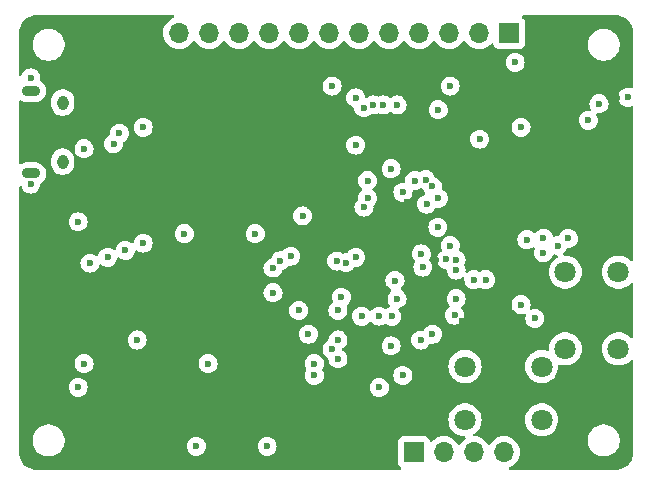
<source format=gbr>
%TF.GenerationSoftware,KiCad,Pcbnew,8.0.4*%
%TF.CreationDate,2024-08-04T17:25:46-04:00*%
%TF.ProjectId,board,626f6172-642e-46b6-9963-61645f706362,rev?*%
%TF.SameCoordinates,Original*%
%TF.FileFunction,Copper,L3,Inr*%
%TF.FilePolarity,Positive*%
%FSLAX46Y46*%
G04 Gerber Fmt 4.6, Leading zero omitted, Abs format (unit mm)*
G04 Created by KiCad (PCBNEW 8.0.4) date 2024-08-04 17:25:46*
%MOMM*%
%LPD*%
G01*
G04 APERTURE LIST*
%TA.AperFunction,ComponentPad*%
%ADD10C,1.800000*%
%TD*%
%TA.AperFunction,ComponentPad*%
%ADD11R,1.700000X1.700000*%
%TD*%
%TA.AperFunction,ComponentPad*%
%ADD12O,1.700000X1.700000*%
%TD*%
%TA.AperFunction,ComponentPad*%
%ADD13O,1.550000X0.890000*%
%TD*%
%TA.AperFunction,ComponentPad*%
%ADD14O,0.950000X1.250000*%
%TD*%
%TA.AperFunction,ViaPad*%
%ADD15C,0.600000*%
%TD*%
G04 APERTURE END LIST*
D10*
%TO.N,GND*%
%TO.C,SW2*%
X86750000Y-61250000D03*
X80250000Y-61250000D03*
%TO.N,/RUN*%
X86750000Y-56750000D03*
X80250000Y-56750000D03*
%TD*%
%TO.N,GND*%
%TO.C,SW1*%
X88750000Y-55250000D03*
X88750000Y-48750000D03*
%TO.N,Net-(R6-Pad1)*%
X93250000Y-55250000D03*
X93250000Y-48750000D03*
%TD*%
D11*
%TO.N,Net-(J2-Pin_1)*%
%TO.C,J2*%
X75920000Y-64000000D03*
D12*
%TO.N,Net-(J2-Pin_2)*%
X78460000Y-64000000D03*
%TO.N,/BLE_SWCLK*%
X81000000Y-64000000D03*
%TO.N,/BLE_SWDIO*%
X83540000Y-64000000D03*
%TD*%
D11*
%TO.N,Net-(J3-Pin_1)*%
%TO.C,J3*%
X84000000Y-28500000D03*
D12*
%TO.N,Net-(J3-Pin_2)*%
X81460000Y-28500000D03*
%TO.N,Net-(J3-Pin_3)*%
X78920000Y-28500000D03*
%TO.N,Net-(J3-Pin_4)*%
X76380000Y-28500000D03*
%TO.N,Net-(J3-Pin_5)*%
X73840000Y-28500000D03*
%TO.N,Net-(J3-Pin_6)*%
X71300000Y-28500000D03*
%TO.N,Net-(J3-Pin_7)*%
X68760000Y-28500000D03*
%TO.N,Net-(J3-Pin_8)*%
X66220000Y-28500000D03*
%TO.N,unconnected-(J3-Pin_9-Pad9)*%
X63680000Y-28500000D03*
%TO.N,unconnected-(J3-Pin_10-Pad10)*%
X61140000Y-28500000D03*
%TO.N,unconnected-(J3-Pin_11-Pad11)*%
X58600000Y-28500000D03*
%TO.N,unconnected-(J3-Pin_12-Pad12)*%
X56060000Y-28500000D03*
%TD*%
D13*
%TO.N,GND*%
%TO.C,J4*%
X43500000Y-33400000D03*
D14*
X46200000Y-34400000D03*
X46200000Y-39400000D03*
D13*
X43500000Y-40400000D03*
%TD*%
D15*
%TO.N,+3V3*%
X63000000Y-32500000D03*
%TO.N,Net-(R6-Pad1)*%
X85000000Y-51500000D03*
%TO.N,GND*%
X76000000Y-41000000D03*
X71500000Y-52500000D03*
X64000000Y-50500000D03*
X47500000Y-44500000D03*
X82000000Y-49400000D03*
X77000000Y-43000000D03*
X53000000Y-36500000D03*
X72000000Y-42500000D03*
X75000000Y-42000000D03*
X57500000Y-63500000D03*
X73000000Y-58520000D03*
X71000000Y-38000000D03*
X58500000Y-56500000D03*
X47500000Y-58500000D03*
X66500000Y-44000000D03*
X43500000Y-32300000D03*
X94050000Y-33950000D03*
X43500000Y-41300000D03*
X48000000Y-38300000D03*
X79500000Y-51000000D03*
X67500000Y-57500000D03*
X84500000Y-31000000D03*
X79010000Y-46500000D03*
X63500000Y-63500000D03*
%TO.N,+3V3*%
X80000000Y-52900000D03*
X71600000Y-57300006D03*
X66825735Y-50674265D03*
X93100000Y-34000000D03*
X77000000Y-33400000D03*
X65000000Y-53000000D03*
X67500000Y-47000000D03*
X77764877Y-47745123D03*
X83000000Y-48500000D03*
X72400000Y-45500000D03*
X77000000Y-51500000D03*
X84500000Y-34000000D03*
X75304175Y-42810112D03*
X58500000Y-50500000D03*
%TO.N,+1V1*%
X71703866Y-43247251D03*
X56500000Y-45500000D03*
X67500000Y-56500000D03*
X75000000Y-57500000D03*
%TO.N,/BLE_SWCLK*%
X91600000Y-34500000D03*
%TO.N,/BLE_SWDIO*%
X90700000Y-35900000D03*
%TO.N,Net-(U1-QSPI_SS)*%
X85500000Y-46000000D03*
X71000000Y-34000000D03*
%TO.N,/RUN*%
X77500000Y-54000000D03*
X89000000Y-45900000D03*
%TO.N,Net-(J2-Pin_2)*%
X72977657Y-52477454D03*
%TO.N,Net-(J2-Pin_1)*%
X74043600Y-52510388D03*
%TO.N,Net-(U1-GPIO10)*%
X52500000Y-54500000D03*
X67000000Y-54000000D03*
%TO.N,Net-(U1-GPIO14)*%
X74000000Y-55000000D03*
X81500000Y-37500000D03*
X69000000Y-55300003D03*
X81000000Y-49400000D03*
X76500000Y-54500000D03*
X79375303Y-52400242D03*
%TO.N,Net-(U1-GPIO0)*%
X53000000Y-46300000D03*
X69387313Y-47815644D03*
%TO.N,Net-(U1-GPIO3)*%
X48500000Y-48000000D03*
X64000000Y-48400000D03*
%TO.N,Net-(U1-GPIO1)*%
X65500000Y-47400000D03*
X51500000Y-46900000D03*
%TO.N,/DIO2*%
X62500000Y-45500000D03*
X70175382Y-47953291D03*
%TO.N,/DIO5*%
X66171472Y-52000000D03*
X48000000Y-56500000D03*
%TO.N,Net-(U1-GPIO2)*%
X64624697Y-47800000D03*
X50000000Y-47500000D03*
%TO.N,Net-(J3-Pin_2)*%
X85000000Y-36500000D03*
X79000000Y-33000000D03*
X74328355Y-49468408D03*
X77954762Y-44954762D03*
%TO.N,Net-(J3-Pin_7)*%
X71674265Y-34825735D03*
X76551315Y-47206738D03*
%TO.N,Net-(J3-Pin_1)*%
X86900000Y-45900000D03*
X74500000Y-51000000D03*
X86900000Y-47099998D03*
%TO.N,Net-(J3-Pin_5)*%
X78679265Y-47679265D03*
X73348527Y-34600000D03*
%TO.N,Net-(J3-Pin_8)*%
X69000000Y-33000000D03*
X71000000Y-47500000D03*
%TO.N,Net-(J3-Pin_6)*%
X72500000Y-34600000D03*
X76684888Y-48335002D03*
%TO.N,Net-(J3-Pin_3)*%
X79500000Y-48582030D03*
X78000000Y-35000000D03*
%TO.N,Net-(J3-Pin_4)*%
X79500000Y-47707057D03*
X74500000Y-34600000D03*
%TO.N,Net-(U1-GPIO11)*%
X78000000Y-42500000D03*
X69500000Y-52000000D03*
%TO.N,Net-(U1-GPIO13)*%
X69500000Y-54500000D03*
X76934313Y-40934313D03*
%TO.N,Net-(U1-GPIO12)*%
X69775734Y-50875736D03*
X77500000Y-41500000D03*
%TO.N,/PB00*%
X69500000Y-56100006D03*
X88100000Y-46500000D03*
%TO.N,Net-(J4-D-)*%
X51000000Y-37000000D03*
X74000000Y-40000000D03*
%TO.N,Net-(J4-D+)*%
X50500000Y-37900000D03*
X72000000Y-41000000D03*
%TO.N,Net-(R6-Pad1)*%
X86174265Y-52674265D03*
%TD*%
%TA.AperFunction,Conductor*%
%TO.N,+3V3*%
G36*
X55587843Y-27020185D02*
G01*
X55633598Y-27072989D01*
X55643542Y-27142147D01*
X55614517Y-27205703D01*
X55573209Y-27236881D01*
X55547564Y-27248839D01*
X55382171Y-27325964D01*
X55382169Y-27325965D01*
X55188597Y-27461505D01*
X55021505Y-27628597D01*
X54885965Y-27822169D01*
X54885964Y-27822171D01*
X54786098Y-28036335D01*
X54786094Y-28036344D01*
X54724938Y-28264586D01*
X54724936Y-28264596D01*
X54704341Y-28499999D01*
X54704341Y-28500000D01*
X54724936Y-28735403D01*
X54724938Y-28735413D01*
X54786094Y-28963655D01*
X54786096Y-28963659D01*
X54786097Y-28963663D01*
X54793740Y-28980053D01*
X54885965Y-29177830D01*
X54885967Y-29177834D01*
X54994281Y-29332521D01*
X55021505Y-29371401D01*
X55188599Y-29538495D01*
X55285384Y-29606265D01*
X55382165Y-29674032D01*
X55382167Y-29674033D01*
X55382170Y-29674035D01*
X55596337Y-29773903D01*
X55824592Y-29835063D01*
X56001034Y-29850500D01*
X56059999Y-29855659D01*
X56060000Y-29855659D01*
X56060001Y-29855659D01*
X56118966Y-29850500D01*
X56295408Y-29835063D01*
X56523663Y-29773903D01*
X56737830Y-29674035D01*
X56931401Y-29538495D01*
X57098495Y-29371401D01*
X57228425Y-29185842D01*
X57283002Y-29142217D01*
X57352500Y-29135023D01*
X57414855Y-29166546D01*
X57431575Y-29185842D01*
X57561500Y-29371395D01*
X57561505Y-29371401D01*
X57728599Y-29538495D01*
X57825384Y-29606265D01*
X57922165Y-29674032D01*
X57922167Y-29674033D01*
X57922170Y-29674035D01*
X58136337Y-29773903D01*
X58364592Y-29835063D01*
X58541034Y-29850500D01*
X58599999Y-29855659D01*
X58600000Y-29855659D01*
X58600001Y-29855659D01*
X58658966Y-29850500D01*
X58835408Y-29835063D01*
X59063663Y-29773903D01*
X59277830Y-29674035D01*
X59471401Y-29538495D01*
X59638495Y-29371401D01*
X59768425Y-29185842D01*
X59823002Y-29142217D01*
X59892500Y-29135023D01*
X59954855Y-29166546D01*
X59971575Y-29185842D01*
X60101500Y-29371395D01*
X60101505Y-29371401D01*
X60268599Y-29538495D01*
X60365384Y-29606265D01*
X60462165Y-29674032D01*
X60462167Y-29674033D01*
X60462170Y-29674035D01*
X60676337Y-29773903D01*
X60904592Y-29835063D01*
X61081034Y-29850500D01*
X61139999Y-29855659D01*
X61140000Y-29855659D01*
X61140001Y-29855659D01*
X61198966Y-29850500D01*
X61375408Y-29835063D01*
X61603663Y-29773903D01*
X61817830Y-29674035D01*
X62011401Y-29538495D01*
X62178495Y-29371401D01*
X62308425Y-29185842D01*
X62363002Y-29142217D01*
X62432500Y-29135023D01*
X62494855Y-29166546D01*
X62511575Y-29185842D01*
X62641500Y-29371395D01*
X62641505Y-29371401D01*
X62808599Y-29538495D01*
X62905384Y-29606265D01*
X63002165Y-29674032D01*
X63002167Y-29674033D01*
X63002170Y-29674035D01*
X63216337Y-29773903D01*
X63444592Y-29835063D01*
X63621034Y-29850500D01*
X63679999Y-29855659D01*
X63680000Y-29855659D01*
X63680001Y-29855659D01*
X63738966Y-29850500D01*
X63915408Y-29835063D01*
X64143663Y-29773903D01*
X64357830Y-29674035D01*
X64551401Y-29538495D01*
X64718495Y-29371401D01*
X64848425Y-29185842D01*
X64903002Y-29142217D01*
X64972500Y-29135023D01*
X65034855Y-29166546D01*
X65051575Y-29185842D01*
X65181500Y-29371395D01*
X65181505Y-29371401D01*
X65348599Y-29538495D01*
X65445384Y-29606265D01*
X65542165Y-29674032D01*
X65542167Y-29674033D01*
X65542170Y-29674035D01*
X65756337Y-29773903D01*
X65984592Y-29835063D01*
X66161034Y-29850500D01*
X66219999Y-29855659D01*
X66220000Y-29855659D01*
X66220001Y-29855659D01*
X66278966Y-29850500D01*
X66455408Y-29835063D01*
X66683663Y-29773903D01*
X66897830Y-29674035D01*
X67091401Y-29538495D01*
X67258495Y-29371401D01*
X67388425Y-29185842D01*
X67443002Y-29142217D01*
X67512500Y-29135023D01*
X67574855Y-29166546D01*
X67591575Y-29185842D01*
X67721500Y-29371395D01*
X67721505Y-29371401D01*
X67888599Y-29538495D01*
X67985384Y-29606265D01*
X68082165Y-29674032D01*
X68082167Y-29674033D01*
X68082170Y-29674035D01*
X68296337Y-29773903D01*
X68524592Y-29835063D01*
X68701034Y-29850500D01*
X68759999Y-29855659D01*
X68760000Y-29855659D01*
X68760001Y-29855659D01*
X68818966Y-29850500D01*
X68995408Y-29835063D01*
X69223663Y-29773903D01*
X69437830Y-29674035D01*
X69631401Y-29538495D01*
X69798495Y-29371401D01*
X69928425Y-29185842D01*
X69983002Y-29142217D01*
X70052500Y-29135023D01*
X70114855Y-29166546D01*
X70131575Y-29185842D01*
X70261500Y-29371395D01*
X70261505Y-29371401D01*
X70428599Y-29538495D01*
X70525384Y-29606265D01*
X70622165Y-29674032D01*
X70622167Y-29674033D01*
X70622170Y-29674035D01*
X70836337Y-29773903D01*
X71064592Y-29835063D01*
X71241034Y-29850500D01*
X71299999Y-29855659D01*
X71300000Y-29855659D01*
X71300001Y-29855659D01*
X71358966Y-29850500D01*
X71535408Y-29835063D01*
X71763663Y-29773903D01*
X71977830Y-29674035D01*
X72171401Y-29538495D01*
X72338495Y-29371401D01*
X72468425Y-29185842D01*
X72523002Y-29142217D01*
X72592500Y-29135023D01*
X72654855Y-29166546D01*
X72671575Y-29185842D01*
X72801500Y-29371395D01*
X72801505Y-29371401D01*
X72968599Y-29538495D01*
X73065384Y-29606265D01*
X73162165Y-29674032D01*
X73162167Y-29674033D01*
X73162170Y-29674035D01*
X73376337Y-29773903D01*
X73604592Y-29835063D01*
X73781034Y-29850500D01*
X73839999Y-29855659D01*
X73840000Y-29855659D01*
X73840001Y-29855659D01*
X73898966Y-29850500D01*
X74075408Y-29835063D01*
X74303663Y-29773903D01*
X74517830Y-29674035D01*
X74711401Y-29538495D01*
X74878495Y-29371401D01*
X75008425Y-29185842D01*
X75063002Y-29142217D01*
X75132500Y-29135023D01*
X75194855Y-29166546D01*
X75211575Y-29185842D01*
X75341500Y-29371395D01*
X75341505Y-29371401D01*
X75508599Y-29538495D01*
X75605384Y-29606265D01*
X75702165Y-29674032D01*
X75702167Y-29674033D01*
X75702170Y-29674035D01*
X75916337Y-29773903D01*
X76144592Y-29835063D01*
X76321034Y-29850500D01*
X76379999Y-29855659D01*
X76380000Y-29855659D01*
X76380001Y-29855659D01*
X76438966Y-29850500D01*
X76615408Y-29835063D01*
X76843663Y-29773903D01*
X77057830Y-29674035D01*
X77251401Y-29538495D01*
X77418495Y-29371401D01*
X77548425Y-29185842D01*
X77603002Y-29142217D01*
X77672500Y-29135023D01*
X77734855Y-29166546D01*
X77751575Y-29185842D01*
X77881500Y-29371395D01*
X77881505Y-29371401D01*
X78048599Y-29538495D01*
X78145384Y-29606265D01*
X78242165Y-29674032D01*
X78242167Y-29674033D01*
X78242170Y-29674035D01*
X78456337Y-29773903D01*
X78684592Y-29835063D01*
X78861034Y-29850500D01*
X78919999Y-29855659D01*
X78920000Y-29855659D01*
X78920001Y-29855659D01*
X78978966Y-29850500D01*
X79155408Y-29835063D01*
X79383663Y-29773903D01*
X79597830Y-29674035D01*
X79791401Y-29538495D01*
X79958495Y-29371401D01*
X80088425Y-29185842D01*
X80143002Y-29142217D01*
X80212500Y-29135023D01*
X80274855Y-29166546D01*
X80291575Y-29185842D01*
X80421500Y-29371395D01*
X80421505Y-29371401D01*
X80588599Y-29538495D01*
X80685384Y-29606265D01*
X80782165Y-29674032D01*
X80782167Y-29674033D01*
X80782170Y-29674035D01*
X80996337Y-29773903D01*
X81224592Y-29835063D01*
X81401034Y-29850500D01*
X81459999Y-29855659D01*
X81460000Y-29855659D01*
X81460001Y-29855659D01*
X81518966Y-29850500D01*
X81695408Y-29835063D01*
X81923663Y-29773903D01*
X82137830Y-29674035D01*
X82331401Y-29538495D01*
X82453329Y-29416566D01*
X82514648Y-29383084D01*
X82584340Y-29388068D01*
X82640274Y-29429939D01*
X82657189Y-29460917D01*
X82706202Y-29592328D01*
X82706206Y-29592335D01*
X82792452Y-29707544D01*
X82792455Y-29707547D01*
X82907664Y-29793793D01*
X82907671Y-29793797D01*
X83042517Y-29844091D01*
X83042516Y-29844091D01*
X83049444Y-29844835D01*
X83102127Y-29850500D01*
X84897872Y-29850499D01*
X84957483Y-29844091D01*
X85092331Y-29793796D01*
X85207546Y-29707546D01*
X85293796Y-29592331D01*
X85344091Y-29457483D01*
X85350500Y-29397873D01*
X85350500Y-29393399D01*
X90645500Y-29393399D01*
X90645500Y-29606600D01*
X90678853Y-29817180D01*
X90678853Y-29817183D01*
X90744734Y-30019944D01*
X90744736Y-30019947D01*
X90841528Y-30209913D01*
X90966846Y-30382397D01*
X91117603Y-30533154D01*
X91290087Y-30658472D01*
X91480053Y-30755264D01*
X91480055Y-30755265D01*
X91669182Y-30816715D01*
X91682821Y-30821147D01*
X91893399Y-30854500D01*
X91893400Y-30854500D01*
X92106600Y-30854500D01*
X92106601Y-30854500D01*
X92317179Y-30821147D01*
X92317182Y-30821146D01*
X92317183Y-30821146D01*
X92519944Y-30755265D01*
X92519944Y-30755264D01*
X92519947Y-30755264D01*
X92709913Y-30658472D01*
X92882397Y-30533154D01*
X93033154Y-30382397D01*
X93158472Y-30209913D01*
X93255264Y-30019947D01*
X93308644Y-29855659D01*
X93321146Y-29817183D01*
X93321146Y-29817182D01*
X93321147Y-29817179D01*
X93354500Y-29606601D01*
X93354500Y-29393399D01*
X93321147Y-29182821D01*
X93321146Y-29182817D01*
X93321146Y-29182816D01*
X93255265Y-28980055D01*
X93255263Y-28980052D01*
X93246913Y-28963663D01*
X93158472Y-28790087D01*
X93033154Y-28617603D01*
X92882397Y-28466846D01*
X92709913Y-28341528D01*
X92519947Y-28244736D01*
X92519944Y-28244734D01*
X92317181Y-28178853D01*
X92176793Y-28156617D01*
X92106601Y-28145500D01*
X91893399Y-28145500D01*
X91823206Y-28156617D01*
X91682819Y-28178853D01*
X91682816Y-28178853D01*
X91480055Y-28244734D01*
X91480052Y-28244736D01*
X91290086Y-28341528D01*
X91117601Y-28466847D01*
X90966847Y-28617601D01*
X90841528Y-28790086D01*
X90744736Y-28980052D01*
X90744734Y-28980055D01*
X90678853Y-29182816D01*
X90678853Y-29182819D01*
X90645500Y-29393399D01*
X85350500Y-29393399D01*
X85350499Y-27602128D01*
X85344091Y-27542517D01*
X85342810Y-27539083D01*
X85293797Y-27407671D01*
X85293793Y-27407664D01*
X85207547Y-27292455D01*
X85207544Y-27292452D01*
X85115792Y-27223766D01*
X85073921Y-27167832D01*
X85068937Y-27098141D01*
X85102423Y-27036818D01*
X85163746Y-27003334D01*
X85190103Y-27000500D01*
X92934108Y-27000500D01*
X92995572Y-27000500D01*
X93004418Y-27000816D01*
X93204561Y-27015130D01*
X93222063Y-27017647D01*
X93413797Y-27059355D01*
X93430755Y-27064334D01*
X93589426Y-27123516D01*
X93614609Y-27132909D01*
X93630701Y-27140259D01*
X93802904Y-27234288D01*
X93817784Y-27243849D01*
X93974867Y-27361441D01*
X93988237Y-27373027D01*
X94126972Y-27511762D01*
X94138558Y-27525132D01*
X94216011Y-27628597D01*
X94256146Y-27682210D01*
X94265711Y-27697095D01*
X94359740Y-27869298D01*
X94367090Y-27885390D01*
X94435662Y-28069236D01*
X94440646Y-28086212D01*
X94482351Y-28277931D01*
X94484869Y-28295442D01*
X94499184Y-28495580D01*
X94499500Y-28504427D01*
X94499500Y-33084432D01*
X94479815Y-33151471D01*
X94427011Y-33197226D01*
X94357853Y-33207170D01*
X94334546Y-33201474D01*
X94229257Y-33164632D01*
X94229249Y-33164630D01*
X94050004Y-33144435D01*
X94049996Y-33144435D01*
X93870750Y-33164630D01*
X93870745Y-33164631D01*
X93700476Y-33224211D01*
X93547737Y-33320184D01*
X93420184Y-33447737D01*
X93324211Y-33600476D01*
X93264631Y-33770745D01*
X93264630Y-33770750D01*
X93244435Y-33949996D01*
X93244435Y-33950003D01*
X93264630Y-34129249D01*
X93264631Y-34129254D01*
X93324211Y-34299523D01*
X93400384Y-34420750D01*
X93420184Y-34452262D01*
X93547738Y-34579816D01*
X93638080Y-34636582D01*
X93660192Y-34650476D01*
X93700478Y-34675789D01*
X93765457Y-34698526D01*
X93870745Y-34735368D01*
X93870750Y-34735369D01*
X94049996Y-34755565D01*
X94050000Y-34755565D01*
X94050004Y-34755565D01*
X94229249Y-34735369D01*
X94229251Y-34735368D01*
X94229255Y-34735368D01*
X94229258Y-34735366D01*
X94229262Y-34735366D01*
X94334545Y-34698526D01*
X94404324Y-34694964D01*
X94464951Y-34729692D01*
X94497179Y-34791686D01*
X94499500Y-34815567D01*
X94499500Y-47721709D01*
X94479815Y-47788748D01*
X94427011Y-47834503D01*
X94357853Y-47844447D01*
X94294297Y-47815422D01*
X94284278Y-47805699D01*
X94201784Y-47716087D01*
X94201779Y-47716083D01*
X94201777Y-47716081D01*
X94018634Y-47573535D01*
X94018628Y-47573531D01*
X93814504Y-47463064D01*
X93814495Y-47463061D01*
X93594984Y-47387702D01*
X93414188Y-47357533D01*
X93366049Y-47349500D01*
X93133951Y-47349500D01*
X93088164Y-47357140D01*
X92905015Y-47387702D01*
X92685504Y-47463061D01*
X92685495Y-47463064D01*
X92481371Y-47573531D01*
X92481365Y-47573535D01*
X92298222Y-47716081D01*
X92298219Y-47716084D01*
X92298216Y-47716086D01*
X92298216Y-47716087D01*
X92267437Y-47749522D01*
X92141016Y-47886852D01*
X92014075Y-48081151D01*
X91920842Y-48293699D01*
X91863866Y-48518691D01*
X91863864Y-48518702D01*
X91844700Y-48749993D01*
X91844700Y-48750006D01*
X91863864Y-48981297D01*
X91863866Y-48981308D01*
X91920842Y-49206300D01*
X92014075Y-49418848D01*
X92141016Y-49613147D01*
X92141019Y-49613151D01*
X92141021Y-49613153D01*
X92298216Y-49783913D01*
X92298219Y-49783915D01*
X92298222Y-49783918D01*
X92481365Y-49926464D01*
X92481371Y-49926468D01*
X92481374Y-49926470D01*
X92613064Y-49997737D01*
X92672338Y-50029815D01*
X92685497Y-50036936D01*
X92734300Y-50053690D01*
X92905015Y-50112297D01*
X92905017Y-50112297D01*
X92905019Y-50112298D01*
X93133951Y-50150500D01*
X93133952Y-50150500D01*
X93366048Y-50150500D01*
X93366049Y-50150500D01*
X93594981Y-50112298D01*
X93814503Y-50036936D01*
X94018626Y-49926470D01*
X94201784Y-49783913D01*
X94284271Y-49694306D01*
X94344156Y-49658317D01*
X94413994Y-49660416D01*
X94471611Y-49699940D01*
X94498713Y-49764339D01*
X94499500Y-49778290D01*
X94499500Y-54221709D01*
X94479815Y-54288748D01*
X94427011Y-54334503D01*
X94357853Y-54344447D01*
X94294297Y-54315422D01*
X94284278Y-54305699D01*
X94201784Y-54216087D01*
X94201779Y-54216083D01*
X94201777Y-54216081D01*
X94018634Y-54073535D01*
X94018628Y-54073531D01*
X93814504Y-53963064D01*
X93814495Y-53963061D01*
X93594984Y-53887702D01*
X93423282Y-53859050D01*
X93366049Y-53849500D01*
X93133951Y-53849500D01*
X93088164Y-53857140D01*
X92905015Y-53887702D01*
X92685504Y-53963061D01*
X92685495Y-53963064D01*
X92481371Y-54073531D01*
X92481365Y-54073535D01*
X92298222Y-54216081D01*
X92298219Y-54216084D01*
X92141016Y-54386852D01*
X92014075Y-54581151D01*
X91920842Y-54793699D01*
X91863866Y-55018691D01*
X91863864Y-55018702D01*
X91844700Y-55249993D01*
X91844700Y-55250006D01*
X91863864Y-55481297D01*
X91863866Y-55481308D01*
X91920842Y-55706300D01*
X92014075Y-55918848D01*
X92141016Y-56113147D01*
X92141019Y-56113151D01*
X92141021Y-56113153D01*
X92298216Y-56283913D01*
X92298219Y-56283915D01*
X92298222Y-56283918D01*
X92481365Y-56426464D01*
X92481371Y-56426468D01*
X92481374Y-56426470D01*
X92685497Y-56536936D01*
X92796837Y-56575159D01*
X92905015Y-56612297D01*
X92905017Y-56612297D01*
X92905019Y-56612298D01*
X93133951Y-56650500D01*
X93133952Y-56650500D01*
X93366048Y-56650500D01*
X93366049Y-56650500D01*
X93594981Y-56612298D01*
X93814503Y-56536936D01*
X94018626Y-56426470D01*
X94201784Y-56283913D01*
X94284271Y-56194306D01*
X94344156Y-56158317D01*
X94413994Y-56160416D01*
X94471611Y-56199940D01*
X94498713Y-56264339D01*
X94499500Y-56278290D01*
X94499500Y-63995572D01*
X94499184Y-64004419D01*
X94484869Y-64204557D01*
X94482351Y-64222068D01*
X94440646Y-64413787D01*
X94435662Y-64430763D01*
X94367090Y-64614609D01*
X94359740Y-64630701D01*
X94265711Y-64802904D01*
X94256146Y-64817789D01*
X94138558Y-64974867D01*
X94126972Y-64988237D01*
X93988237Y-65126972D01*
X93974867Y-65138558D01*
X93817789Y-65256146D01*
X93802904Y-65265711D01*
X93630701Y-65359740D01*
X93614609Y-65367090D01*
X93430763Y-65435662D01*
X93413787Y-65440646D01*
X93222068Y-65482351D01*
X93204557Y-65484869D01*
X93023779Y-65497799D01*
X93004417Y-65499184D01*
X92995572Y-65499500D01*
X84079196Y-65499500D01*
X84012157Y-65479815D01*
X83966402Y-65427011D01*
X83956458Y-65357853D01*
X83985483Y-65294297D01*
X84026791Y-65263118D01*
X84030347Y-65261460D01*
X84217830Y-65174035D01*
X84411401Y-65038495D01*
X84578495Y-64871401D01*
X84714035Y-64677830D01*
X84813903Y-64463663D01*
X84875063Y-64235408D01*
X84895659Y-64000000D01*
X84875063Y-63764592D01*
X84813903Y-63536337D01*
X84714035Y-63322171D01*
X84710543Y-63317183D01*
X84578494Y-63128597D01*
X84411402Y-62961506D01*
X84411395Y-62961501D01*
X84314136Y-62893399D01*
X90645500Y-62893399D01*
X90645500Y-63106601D01*
X90648984Y-63128597D01*
X90678853Y-63317180D01*
X90678853Y-63317183D01*
X90744734Y-63519944D01*
X90744736Y-63519947D01*
X90841528Y-63709913D01*
X90966846Y-63882397D01*
X91117603Y-64033154D01*
X91290087Y-64158472D01*
X91480053Y-64255264D01*
X91480055Y-64255265D01*
X91572707Y-64285369D01*
X91682821Y-64321147D01*
X91893399Y-64354500D01*
X91893400Y-64354500D01*
X92106600Y-64354500D01*
X92106601Y-64354500D01*
X92317179Y-64321147D01*
X92317182Y-64321146D01*
X92317183Y-64321146D01*
X92519944Y-64255265D01*
X92519944Y-64255264D01*
X92519947Y-64255264D01*
X92709913Y-64158472D01*
X92882397Y-64033154D01*
X93033154Y-63882397D01*
X93158472Y-63709913D01*
X93255264Y-63519947D01*
X93319987Y-63320750D01*
X93321146Y-63317183D01*
X93321146Y-63317182D01*
X93321147Y-63317179D01*
X93354500Y-63106601D01*
X93354500Y-62893399D01*
X93321147Y-62682821D01*
X93321146Y-62682817D01*
X93321146Y-62682816D01*
X93255265Y-62480055D01*
X93255263Y-62480052D01*
X93229568Y-62429621D01*
X93158472Y-62290087D01*
X93033154Y-62117603D01*
X92882397Y-61966846D01*
X92709913Y-61841528D01*
X92519947Y-61744736D01*
X92519944Y-61744734D01*
X92317181Y-61678853D01*
X92176793Y-61656617D01*
X92106601Y-61645500D01*
X91893399Y-61645500D01*
X91823206Y-61656617D01*
X91682819Y-61678853D01*
X91682816Y-61678853D01*
X91480055Y-61744734D01*
X91480052Y-61744736D01*
X91290086Y-61841528D01*
X91117601Y-61966847D01*
X90966847Y-62117601D01*
X90841528Y-62290086D01*
X90744736Y-62480052D01*
X90744734Y-62480055D01*
X90678853Y-62682816D01*
X90678853Y-62682819D01*
X90671998Y-62726098D01*
X90645500Y-62893399D01*
X84314136Y-62893399D01*
X84217834Y-62825967D01*
X84217830Y-62825965D01*
X84217828Y-62825964D01*
X84003663Y-62726097D01*
X84003659Y-62726096D01*
X84003655Y-62726094D01*
X83775413Y-62664938D01*
X83775403Y-62664936D01*
X83540001Y-62644341D01*
X83539999Y-62644341D01*
X83304596Y-62664936D01*
X83304586Y-62664938D01*
X83076344Y-62726094D01*
X83076335Y-62726098D01*
X82862171Y-62825964D01*
X82862169Y-62825965D01*
X82668597Y-62961505D01*
X82501505Y-63128597D01*
X82371575Y-63314158D01*
X82316998Y-63357783D01*
X82247500Y-63364977D01*
X82185145Y-63333454D01*
X82168425Y-63314158D01*
X82038494Y-63128597D01*
X81871402Y-62961506D01*
X81871395Y-62961501D01*
X81677834Y-62825967D01*
X81677830Y-62825965D01*
X81677828Y-62825964D01*
X81463663Y-62726097D01*
X81463659Y-62726096D01*
X81463655Y-62726094D01*
X81235413Y-62664938D01*
X81235403Y-62664936D01*
X81079484Y-62651295D01*
X81014416Y-62625842D01*
X80973437Y-62569251D01*
X80969559Y-62499489D01*
X81004013Y-62438705D01*
X81014889Y-62430020D01*
X81014579Y-62429621D01*
X81147804Y-62325926D01*
X81201784Y-62283913D01*
X81358979Y-62113153D01*
X81485924Y-61918849D01*
X81579157Y-61706300D01*
X81636134Y-61481305D01*
X81655300Y-61250000D01*
X81655300Y-61249993D01*
X85344700Y-61249993D01*
X85344700Y-61250006D01*
X85363864Y-61481297D01*
X85363866Y-61481308D01*
X85420842Y-61706300D01*
X85514075Y-61918848D01*
X85641016Y-62113147D01*
X85641019Y-62113151D01*
X85641021Y-62113153D01*
X85798216Y-62283913D01*
X85798219Y-62283915D01*
X85798222Y-62283918D01*
X85981365Y-62426464D01*
X85981371Y-62426468D01*
X85981374Y-62426470D01*
X86185497Y-62536936D01*
X86299487Y-62576068D01*
X86405015Y-62612297D01*
X86405017Y-62612297D01*
X86405019Y-62612298D01*
X86633951Y-62650500D01*
X86633952Y-62650500D01*
X86866048Y-62650500D01*
X86866049Y-62650500D01*
X87094981Y-62612298D01*
X87314503Y-62536936D01*
X87518626Y-62426470D01*
X87701784Y-62283913D01*
X87858979Y-62113153D01*
X87985924Y-61918849D01*
X88079157Y-61706300D01*
X88136134Y-61481305D01*
X88155300Y-61250000D01*
X88155300Y-61249993D01*
X88136135Y-61018702D01*
X88136133Y-61018691D01*
X88079157Y-60793699D01*
X87985924Y-60581151D01*
X87858983Y-60386852D01*
X87858980Y-60386849D01*
X87858979Y-60386847D01*
X87701784Y-60216087D01*
X87701779Y-60216083D01*
X87701777Y-60216081D01*
X87518634Y-60073535D01*
X87518628Y-60073531D01*
X87314504Y-59963064D01*
X87314495Y-59963061D01*
X87094984Y-59887702D01*
X86923282Y-59859050D01*
X86866049Y-59849500D01*
X86633951Y-59849500D01*
X86588164Y-59857140D01*
X86405015Y-59887702D01*
X86185504Y-59963061D01*
X86185495Y-59963064D01*
X85981371Y-60073531D01*
X85981365Y-60073535D01*
X85798222Y-60216081D01*
X85798219Y-60216084D01*
X85641016Y-60386852D01*
X85514075Y-60581151D01*
X85420842Y-60793699D01*
X85363866Y-61018691D01*
X85363864Y-61018702D01*
X85344700Y-61249993D01*
X81655300Y-61249993D01*
X81636135Y-61018702D01*
X81636133Y-61018691D01*
X81579157Y-60793699D01*
X81485924Y-60581151D01*
X81358983Y-60386852D01*
X81358980Y-60386849D01*
X81358979Y-60386847D01*
X81201784Y-60216087D01*
X81201779Y-60216083D01*
X81201777Y-60216081D01*
X81018634Y-60073535D01*
X81018628Y-60073531D01*
X80814504Y-59963064D01*
X80814495Y-59963061D01*
X80594984Y-59887702D01*
X80423282Y-59859050D01*
X80366049Y-59849500D01*
X80133951Y-59849500D01*
X80088164Y-59857140D01*
X79905015Y-59887702D01*
X79685504Y-59963061D01*
X79685495Y-59963064D01*
X79481371Y-60073531D01*
X79481365Y-60073535D01*
X79298222Y-60216081D01*
X79298219Y-60216084D01*
X79141016Y-60386852D01*
X79014075Y-60581151D01*
X78920842Y-60793699D01*
X78863866Y-61018691D01*
X78863864Y-61018702D01*
X78844700Y-61249993D01*
X78844700Y-61250006D01*
X78863864Y-61481297D01*
X78863866Y-61481308D01*
X78920842Y-61706300D01*
X79014075Y-61918848D01*
X79141016Y-62113147D01*
X79141019Y-62113151D01*
X79141021Y-62113153D01*
X79298216Y-62283913D01*
X79298219Y-62283915D01*
X79298222Y-62283918D01*
X79481365Y-62426464D01*
X79481371Y-62426468D01*
X79481374Y-62426470D01*
X79685497Y-62536936D01*
X79799487Y-62576068D01*
X79905015Y-62612297D01*
X79905017Y-62612297D01*
X79905019Y-62612298D01*
X80133951Y-62650500D01*
X80133952Y-62650500D01*
X80179483Y-62650500D01*
X80246522Y-62670185D01*
X80292277Y-62722989D01*
X80302221Y-62792147D01*
X80273196Y-62855703D01*
X80250606Y-62876075D01*
X80128596Y-62961506D01*
X79961505Y-63128597D01*
X79831575Y-63314158D01*
X79776998Y-63357783D01*
X79707500Y-63364977D01*
X79645145Y-63333454D01*
X79628425Y-63314158D01*
X79498494Y-63128597D01*
X79331402Y-62961506D01*
X79331395Y-62961501D01*
X79137834Y-62825967D01*
X79137830Y-62825965D01*
X79137828Y-62825964D01*
X78923663Y-62726097D01*
X78923659Y-62726096D01*
X78923655Y-62726094D01*
X78695413Y-62664938D01*
X78695403Y-62664936D01*
X78460001Y-62644341D01*
X78459999Y-62644341D01*
X78224596Y-62664936D01*
X78224586Y-62664938D01*
X77996344Y-62726094D01*
X77996335Y-62726098D01*
X77782171Y-62825964D01*
X77782169Y-62825965D01*
X77588600Y-62961503D01*
X77466673Y-63083430D01*
X77405350Y-63116914D01*
X77335658Y-63111930D01*
X77279725Y-63070058D01*
X77262810Y-63039081D01*
X77213797Y-62907671D01*
X77213793Y-62907664D01*
X77127547Y-62792455D01*
X77127544Y-62792452D01*
X77012335Y-62706206D01*
X77012328Y-62706202D01*
X76877482Y-62655908D01*
X76877483Y-62655908D01*
X76817883Y-62649501D01*
X76817881Y-62649500D01*
X76817873Y-62649500D01*
X76817864Y-62649500D01*
X75022129Y-62649500D01*
X75022123Y-62649501D01*
X74962516Y-62655908D01*
X74827671Y-62706202D01*
X74827664Y-62706206D01*
X74712455Y-62792452D01*
X74712452Y-62792455D01*
X74626206Y-62907664D01*
X74626202Y-62907671D01*
X74575908Y-63042517D01*
X74569501Y-63102116D01*
X74569500Y-63102135D01*
X74569500Y-64897870D01*
X74569501Y-64897876D01*
X74575908Y-64957483D01*
X74626202Y-65092328D01*
X74626206Y-65092335D01*
X74712452Y-65207544D01*
X74712455Y-65207547D01*
X74804208Y-65276234D01*
X74846079Y-65332168D01*
X74851063Y-65401859D01*
X74817577Y-65463182D01*
X74756254Y-65496666D01*
X74729897Y-65499500D01*
X44004428Y-65499500D01*
X43995582Y-65499184D01*
X43973622Y-65497613D01*
X43795442Y-65484869D01*
X43777931Y-65482351D01*
X43586212Y-65440646D01*
X43569236Y-65435662D01*
X43385390Y-65367090D01*
X43369298Y-65359740D01*
X43197095Y-65265711D01*
X43182210Y-65256146D01*
X43117288Y-65207546D01*
X43025132Y-65138558D01*
X43011762Y-65126972D01*
X42873027Y-64988237D01*
X42861441Y-64974867D01*
X42850998Y-64960917D01*
X42743849Y-64817784D01*
X42734288Y-64802904D01*
X42640259Y-64630701D01*
X42632909Y-64614609D01*
X42576609Y-64463664D01*
X42564334Y-64430755D01*
X42559355Y-64413797D01*
X42517647Y-64222063D01*
X42515130Y-64204556D01*
X42509784Y-64129815D01*
X42500816Y-64004418D01*
X42500500Y-63995572D01*
X42500500Y-62893399D01*
X43645500Y-62893399D01*
X43645500Y-63106601D01*
X43648984Y-63128597D01*
X43678853Y-63317180D01*
X43678853Y-63317183D01*
X43744734Y-63519944D01*
X43744736Y-63519947D01*
X43841528Y-63709913D01*
X43966846Y-63882397D01*
X44117603Y-64033154D01*
X44290087Y-64158472D01*
X44480053Y-64255264D01*
X44480055Y-64255265D01*
X44572707Y-64285369D01*
X44682821Y-64321147D01*
X44893399Y-64354500D01*
X44893400Y-64354500D01*
X45106600Y-64354500D01*
X45106601Y-64354500D01*
X45317179Y-64321147D01*
X45317182Y-64321146D01*
X45317183Y-64321146D01*
X45519944Y-64255265D01*
X45519944Y-64255264D01*
X45519947Y-64255264D01*
X45709913Y-64158472D01*
X45882397Y-64033154D01*
X46033154Y-63882397D01*
X46158472Y-63709913D01*
X46255264Y-63519947D01*
X46261746Y-63499996D01*
X56694435Y-63499996D01*
X56694435Y-63500003D01*
X56714630Y-63679249D01*
X56714631Y-63679254D01*
X56774211Y-63849523D01*
X56794868Y-63882398D01*
X56870184Y-64002262D01*
X56997738Y-64129816D01*
X57043342Y-64158471D01*
X57130762Y-64213401D01*
X57150478Y-64225789D01*
X57234710Y-64255263D01*
X57320745Y-64285368D01*
X57320750Y-64285369D01*
X57499996Y-64305565D01*
X57500000Y-64305565D01*
X57500004Y-64305565D01*
X57679249Y-64285369D01*
X57679252Y-64285368D01*
X57679255Y-64285368D01*
X57849522Y-64225789D01*
X58002262Y-64129816D01*
X58129816Y-64002262D01*
X58225789Y-63849522D01*
X58285368Y-63679255D01*
X58305565Y-63500000D01*
X58305565Y-63499996D01*
X62694435Y-63499996D01*
X62694435Y-63500003D01*
X62714630Y-63679249D01*
X62714631Y-63679254D01*
X62774211Y-63849523D01*
X62794868Y-63882398D01*
X62870184Y-64002262D01*
X62997738Y-64129816D01*
X63043342Y-64158471D01*
X63130762Y-64213401D01*
X63150478Y-64225789D01*
X63234710Y-64255263D01*
X63320745Y-64285368D01*
X63320750Y-64285369D01*
X63499996Y-64305565D01*
X63500000Y-64305565D01*
X63500004Y-64305565D01*
X63679249Y-64285369D01*
X63679252Y-64285368D01*
X63679255Y-64285368D01*
X63849522Y-64225789D01*
X64002262Y-64129816D01*
X64129816Y-64002262D01*
X64225789Y-63849522D01*
X64285368Y-63679255D01*
X64305565Y-63500000D01*
X64289541Y-63357783D01*
X64285369Y-63320750D01*
X64285368Y-63320745D01*
X64225788Y-63150476D01*
X64175258Y-63070058D01*
X64129816Y-62997738D01*
X64002262Y-62870184D01*
X63979216Y-62855703D01*
X63849523Y-62774211D01*
X63679254Y-62714631D01*
X63679249Y-62714630D01*
X63500004Y-62694435D01*
X63499996Y-62694435D01*
X63320750Y-62714630D01*
X63320745Y-62714631D01*
X63150476Y-62774211D01*
X62997737Y-62870184D01*
X62870184Y-62997737D01*
X62774211Y-63150476D01*
X62714631Y-63320745D01*
X62714630Y-63320750D01*
X62694435Y-63499996D01*
X58305565Y-63499996D01*
X58289541Y-63357783D01*
X58285369Y-63320750D01*
X58285368Y-63320745D01*
X58225788Y-63150476D01*
X58175258Y-63070058D01*
X58129816Y-62997738D01*
X58002262Y-62870184D01*
X57979216Y-62855703D01*
X57849523Y-62774211D01*
X57679254Y-62714631D01*
X57679249Y-62714630D01*
X57500004Y-62694435D01*
X57499996Y-62694435D01*
X57320750Y-62714630D01*
X57320745Y-62714631D01*
X57150476Y-62774211D01*
X56997737Y-62870184D01*
X56870184Y-62997737D01*
X56774211Y-63150476D01*
X56714631Y-63320745D01*
X56714630Y-63320750D01*
X56694435Y-63499996D01*
X46261746Y-63499996D01*
X46319987Y-63320750D01*
X46321146Y-63317183D01*
X46321146Y-63317182D01*
X46321147Y-63317179D01*
X46354500Y-63106601D01*
X46354500Y-62893399D01*
X46321147Y-62682821D01*
X46321146Y-62682817D01*
X46321146Y-62682816D01*
X46255265Y-62480055D01*
X46255263Y-62480052D01*
X46229568Y-62429621D01*
X46158472Y-62290087D01*
X46033154Y-62117603D01*
X45882397Y-61966846D01*
X45709913Y-61841528D01*
X45519947Y-61744736D01*
X45519944Y-61744734D01*
X45317181Y-61678853D01*
X45176793Y-61656617D01*
X45106601Y-61645500D01*
X44893399Y-61645500D01*
X44823206Y-61656617D01*
X44682819Y-61678853D01*
X44682816Y-61678853D01*
X44480055Y-61744734D01*
X44480052Y-61744736D01*
X44290086Y-61841528D01*
X44117601Y-61966847D01*
X43966847Y-62117601D01*
X43841528Y-62290086D01*
X43744736Y-62480052D01*
X43744734Y-62480055D01*
X43678853Y-62682816D01*
X43678853Y-62682819D01*
X43671998Y-62726098D01*
X43645500Y-62893399D01*
X42500500Y-62893399D01*
X42500500Y-58499996D01*
X46694435Y-58499996D01*
X46694435Y-58500003D01*
X46714630Y-58679249D01*
X46714631Y-58679254D01*
X46774211Y-58849523D01*
X46786778Y-58869523D01*
X46870184Y-59002262D01*
X46997738Y-59129816D01*
X47150478Y-59225789D01*
X47207632Y-59245788D01*
X47320745Y-59285368D01*
X47320750Y-59285369D01*
X47499996Y-59305565D01*
X47500000Y-59305565D01*
X47500004Y-59305565D01*
X47679249Y-59285369D01*
X47679252Y-59285368D01*
X47679255Y-59285368D01*
X47849522Y-59225789D01*
X48002262Y-59129816D01*
X48129816Y-59002262D01*
X48225789Y-58849522D01*
X48285368Y-58679255D01*
X48285369Y-58679249D01*
X48303312Y-58519996D01*
X72194435Y-58519996D01*
X72194435Y-58520003D01*
X72214630Y-58699249D01*
X72214631Y-58699254D01*
X72274211Y-58869523D01*
X72357617Y-59002262D01*
X72370184Y-59022262D01*
X72497738Y-59149816D01*
X72588080Y-59206582D01*
X72618646Y-59225788D01*
X72650478Y-59245789D01*
X72763591Y-59285369D01*
X72820745Y-59305368D01*
X72820750Y-59305369D01*
X72999996Y-59325565D01*
X73000000Y-59325565D01*
X73000004Y-59325565D01*
X73179249Y-59305369D01*
X73179252Y-59305368D01*
X73179255Y-59305368D01*
X73349522Y-59245789D01*
X73502262Y-59149816D01*
X73629816Y-59022262D01*
X73725789Y-58869522D01*
X73785368Y-58699255D01*
X73785369Y-58699249D01*
X73805565Y-58520003D01*
X73805565Y-58519996D01*
X73785369Y-58340750D01*
X73785368Y-58340745D01*
X73725788Y-58170476D01*
X73629815Y-58017737D01*
X73502262Y-57890184D01*
X73349523Y-57794211D01*
X73179254Y-57734631D01*
X73179249Y-57734630D01*
X73000004Y-57714435D01*
X72999996Y-57714435D01*
X72820750Y-57734630D01*
X72820745Y-57734631D01*
X72650476Y-57794211D01*
X72497737Y-57890184D01*
X72370184Y-58017737D01*
X72274211Y-58170476D01*
X72214631Y-58340745D01*
X72214630Y-58340750D01*
X72194435Y-58519996D01*
X48303312Y-58519996D01*
X48305565Y-58500003D01*
X48305565Y-58499996D01*
X48285369Y-58320750D01*
X48285368Y-58320745D01*
X48232787Y-58170478D01*
X48225789Y-58150478D01*
X48129816Y-57997738D01*
X48002262Y-57870184D01*
X47969379Y-57849522D01*
X47849523Y-57774211D01*
X47679254Y-57714631D01*
X47679249Y-57714630D01*
X47500004Y-57694435D01*
X47499996Y-57694435D01*
X47320750Y-57714630D01*
X47320745Y-57714631D01*
X47150476Y-57774211D01*
X46997737Y-57870184D01*
X46870184Y-57997737D01*
X46774211Y-58150476D01*
X46714631Y-58320745D01*
X46714630Y-58320750D01*
X46694435Y-58499996D01*
X42500500Y-58499996D01*
X42500500Y-56499996D01*
X47194435Y-56499996D01*
X47194435Y-56500003D01*
X47214630Y-56679249D01*
X47214631Y-56679254D01*
X47274211Y-56849523D01*
X47309429Y-56905571D01*
X47370184Y-57002262D01*
X47497738Y-57129816D01*
X47650478Y-57225789D01*
X47820745Y-57285368D01*
X47820750Y-57285369D01*
X47999996Y-57305565D01*
X48000000Y-57305565D01*
X48000004Y-57305565D01*
X48179249Y-57285369D01*
X48179252Y-57285368D01*
X48179255Y-57285368D01*
X48349522Y-57225789D01*
X48502262Y-57129816D01*
X48629816Y-57002262D01*
X48725789Y-56849522D01*
X48785368Y-56679255D01*
X48789708Y-56640740D01*
X48805565Y-56500003D01*
X48805565Y-56499996D01*
X57694435Y-56499996D01*
X57694435Y-56500003D01*
X57714630Y-56679249D01*
X57714631Y-56679254D01*
X57774211Y-56849523D01*
X57809429Y-56905571D01*
X57870184Y-57002262D01*
X57997738Y-57129816D01*
X58150478Y-57225789D01*
X58320745Y-57285368D01*
X58320750Y-57285369D01*
X58499996Y-57305565D01*
X58500000Y-57305565D01*
X58500004Y-57305565D01*
X58679249Y-57285369D01*
X58679252Y-57285368D01*
X58679255Y-57285368D01*
X58849522Y-57225789D01*
X59002262Y-57129816D01*
X59129816Y-57002262D01*
X59225789Y-56849522D01*
X59285368Y-56679255D01*
X59289708Y-56640740D01*
X59305565Y-56500003D01*
X59305565Y-56499996D01*
X66694435Y-56499996D01*
X66694435Y-56500003D01*
X66714630Y-56679249D01*
X66714633Y-56679262D01*
X66774209Y-56849520D01*
X66827309Y-56934029D01*
X66846309Y-57001266D01*
X66827309Y-57065971D01*
X66774209Y-57150479D01*
X66714633Y-57320737D01*
X66714630Y-57320750D01*
X66694435Y-57499996D01*
X66694435Y-57500003D01*
X66714630Y-57679249D01*
X66714631Y-57679254D01*
X66774211Y-57849523D01*
X66867341Y-57997737D01*
X66870184Y-58002262D01*
X66997738Y-58129816D01*
X67150478Y-58225789D01*
X67320745Y-58285368D01*
X67320750Y-58285369D01*
X67499996Y-58305565D01*
X67500000Y-58305565D01*
X67500004Y-58305565D01*
X67679249Y-58285369D01*
X67679252Y-58285368D01*
X67679255Y-58285368D01*
X67849522Y-58225789D01*
X68002262Y-58129816D01*
X68129816Y-58002262D01*
X68225789Y-57849522D01*
X68285368Y-57679255D01*
X68305565Y-57500000D01*
X68305565Y-57499996D01*
X74194435Y-57499996D01*
X74194435Y-57500003D01*
X74214630Y-57679249D01*
X74214631Y-57679254D01*
X74274211Y-57849523D01*
X74367341Y-57997737D01*
X74370184Y-58002262D01*
X74497738Y-58129816D01*
X74650478Y-58225789D01*
X74820745Y-58285368D01*
X74820750Y-58285369D01*
X74999996Y-58305565D01*
X75000000Y-58305565D01*
X75000004Y-58305565D01*
X75179249Y-58285369D01*
X75179252Y-58285368D01*
X75179255Y-58285368D01*
X75349522Y-58225789D01*
X75502262Y-58129816D01*
X75629816Y-58002262D01*
X75725789Y-57849522D01*
X75785368Y-57679255D01*
X75805565Y-57500000D01*
X75796421Y-57418848D01*
X75785369Y-57320750D01*
X75785368Y-57320745D01*
X75725788Y-57150476D01*
X75672690Y-57065971D01*
X75629816Y-56997738D01*
X75502262Y-56870184D01*
X75469379Y-56849522D01*
X75349523Y-56774211D01*
X75280312Y-56749993D01*
X78844700Y-56749993D01*
X78844700Y-56750006D01*
X78863864Y-56981297D01*
X78863866Y-56981308D01*
X78920842Y-57206300D01*
X79014075Y-57418848D01*
X79141016Y-57613147D01*
X79141019Y-57613151D01*
X79141021Y-57613153D01*
X79298216Y-57783913D01*
X79298219Y-57783915D01*
X79298222Y-57783918D01*
X79481365Y-57926464D01*
X79481371Y-57926468D01*
X79481374Y-57926470D01*
X79685497Y-58036936D01*
X79799487Y-58076068D01*
X79905015Y-58112297D01*
X79905017Y-58112297D01*
X79905019Y-58112298D01*
X80133951Y-58150500D01*
X80133952Y-58150500D01*
X80366048Y-58150500D01*
X80366049Y-58150500D01*
X80594981Y-58112298D01*
X80814503Y-58036936D01*
X81018626Y-57926470D01*
X81065247Y-57890184D01*
X81188553Y-57794211D01*
X81201784Y-57783913D01*
X81358979Y-57613153D01*
X81485924Y-57418849D01*
X81579157Y-57206300D01*
X81636134Y-56981305D01*
X81636135Y-56981297D01*
X81655300Y-56750006D01*
X81655300Y-56749993D01*
X85344700Y-56749993D01*
X85344700Y-56750006D01*
X85363864Y-56981297D01*
X85363866Y-56981308D01*
X85420842Y-57206300D01*
X85514075Y-57418848D01*
X85641016Y-57613147D01*
X85641019Y-57613151D01*
X85641021Y-57613153D01*
X85798216Y-57783913D01*
X85798219Y-57783915D01*
X85798222Y-57783918D01*
X85981365Y-57926464D01*
X85981371Y-57926468D01*
X85981374Y-57926470D01*
X86185497Y-58036936D01*
X86299487Y-58076068D01*
X86405015Y-58112297D01*
X86405017Y-58112297D01*
X86405019Y-58112298D01*
X86633951Y-58150500D01*
X86633952Y-58150500D01*
X86866048Y-58150500D01*
X86866049Y-58150500D01*
X87094981Y-58112298D01*
X87314503Y-58036936D01*
X87518626Y-57926470D01*
X87565247Y-57890184D01*
X87688553Y-57794211D01*
X87701784Y-57783913D01*
X87858979Y-57613153D01*
X87985924Y-57418849D01*
X88079157Y-57206300D01*
X88136134Y-56981305D01*
X88136135Y-56981297D01*
X88155300Y-56750006D01*
X88155300Y-56749996D01*
X88151917Y-56709177D01*
X88165997Y-56640740D01*
X88214842Y-56590780D01*
X88282942Y-56575159D01*
X88315756Y-56581654D01*
X88405015Y-56612297D01*
X88405017Y-56612297D01*
X88405019Y-56612298D01*
X88633951Y-56650500D01*
X88633952Y-56650500D01*
X88866048Y-56650500D01*
X88866049Y-56650500D01*
X89094981Y-56612298D01*
X89314503Y-56536936D01*
X89518626Y-56426470D01*
X89701784Y-56283913D01*
X89858979Y-56113153D01*
X89985924Y-55918849D01*
X90079157Y-55706300D01*
X90136134Y-55481305D01*
X90137055Y-55470190D01*
X90155300Y-55250006D01*
X90155300Y-55249993D01*
X90136135Y-55018702D01*
X90136133Y-55018691D01*
X90079157Y-54793699D01*
X89985924Y-54581151D01*
X89858983Y-54386852D01*
X89858980Y-54386849D01*
X89858979Y-54386847D01*
X89701784Y-54216087D01*
X89701779Y-54216083D01*
X89701777Y-54216081D01*
X89518634Y-54073535D01*
X89518628Y-54073531D01*
X89314504Y-53963064D01*
X89314495Y-53963061D01*
X89094984Y-53887702D01*
X88923282Y-53859050D01*
X88866049Y-53849500D01*
X88633951Y-53849500D01*
X88588164Y-53857140D01*
X88405015Y-53887702D01*
X88185504Y-53963061D01*
X88185495Y-53963064D01*
X87981371Y-54073531D01*
X87981365Y-54073535D01*
X87798222Y-54216081D01*
X87798219Y-54216084D01*
X87641016Y-54386852D01*
X87514075Y-54581151D01*
X87420842Y-54793699D01*
X87363866Y-55018691D01*
X87363864Y-55018702D01*
X87344700Y-55249993D01*
X87344700Y-55249995D01*
X87344700Y-55250000D01*
X87347485Y-55283607D01*
X87348083Y-55290825D01*
X87334001Y-55359261D01*
X87285155Y-55409220D01*
X87217054Y-55424840D01*
X87184243Y-55418345D01*
X87094984Y-55387702D01*
X86908621Y-55356604D01*
X86866049Y-55349500D01*
X86633951Y-55349500D01*
X86591379Y-55356604D01*
X86405015Y-55387702D01*
X86185504Y-55463061D01*
X86185495Y-55463064D01*
X85981371Y-55573531D01*
X85981365Y-55573535D01*
X85798222Y-55716081D01*
X85798219Y-55716084D01*
X85798216Y-55716086D01*
X85798216Y-55716087D01*
X85744709Y-55774211D01*
X85641016Y-55886852D01*
X85514075Y-56081151D01*
X85420842Y-56293699D01*
X85363866Y-56518691D01*
X85363864Y-56518702D01*
X85344700Y-56749993D01*
X81655300Y-56749993D01*
X81636135Y-56518702D01*
X81636133Y-56518691D01*
X81579157Y-56293699D01*
X81485924Y-56081151D01*
X81358983Y-55886852D01*
X81358980Y-55886849D01*
X81358979Y-55886847D01*
X81201784Y-55716087D01*
X81201779Y-55716083D01*
X81201777Y-55716081D01*
X81018634Y-55573535D01*
X81018628Y-55573531D01*
X80814504Y-55463064D01*
X80814495Y-55463061D01*
X80594984Y-55387702D01*
X80408621Y-55356604D01*
X80366049Y-55349500D01*
X80133951Y-55349500D01*
X80091379Y-55356604D01*
X79905015Y-55387702D01*
X79685504Y-55463061D01*
X79685495Y-55463064D01*
X79481371Y-55573531D01*
X79481365Y-55573535D01*
X79298222Y-55716081D01*
X79298219Y-55716084D01*
X79298216Y-55716086D01*
X79298216Y-55716087D01*
X79244709Y-55774211D01*
X79141016Y-55886852D01*
X79014075Y-56081151D01*
X78920842Y-56293699D01*
X78863866Y-56518691D01*
X78863864Y-56518702D01*
X78844700Y-56749993D01*
X75280312Y-56749993D01*
X75179254Y-56714631D01*
X75179249Y-56714630D01*
X75000004Y-56694435D01*
X74999996Y-56694435D01*
X74820750Y-56714630D01*
X74820745Y-56714631D01*
X74650476Y-56774211D01*
X74497737Y-56870184D01*
X74370184Y-56997737D01*
X74274211Y-57150476D01*
X74214631Y-57320745D01*
X74214630Y-57320750D01*
X74194435Y-57499996D01*
X68305565Y-57499996D01*
X68296421Y-57418848D01*
X68285369Y-57320750D01*
X68285368Y-57320745D01*
X68225788Y-57150475D01*
X68172691Y-57065973D01*
X68153690Y-56998736D01*
X68172691Y-56934027D01*
X68225788Y-56849524D01*
X68225789Y-56849522D01*
X68285368Y-56679255D01*
X68289708Y-56640740D01*
X68305565Y-56500003D01*
X68305565Y-56499996D01*
X68285369Y-56320750D01*
X68285368Y-56320745D01*
X68225789Y-56150478D01*
X68129816Y-55997738D01*
X68002262Y-55870184D01*
X67894170Y-55802265D01*
X67849523Y-55774211D01*
X67679254Y-55714631D01*
X67679249Y-55714630D01*
X67500004Y-55694435D01*
X67499996Y-55694435D01*
X67320750Y-55714630D01*
X67320745Y-55714631D01*
X67150476Y-55774211D01*
X66997737Y-55870184D01*
X66870184Y-55997737D01*
X66774211Y-56150476D01*
X66714631Y-56320745D01*
X66714630Y-56320750D01*
X66694435Y-56499996D01*
X59305565Y-56499996D01*
X59285369Y-56320750D01*
X59285368Y-56320745D01*
X59225789Y-56150478D01*
X59129816Y-55997738D01*
X59002262Y-55870184D01*
X58894170Y-55802265D01*
X58849523Y-55774211D01*
X58679254Y-55714631D01*
X58679249Y-55714630D01*
X58500004Y-55694435D01*
X58499996Y-55694435D01*
X58320750Y-55714630D01*
X58320745Y-55714631D01*
X58150476Y-55774211D01*
X57997737Y-55870184D01*
X57870184Y-55997737D01*
X57774211Y-56150476D01*
X57714631Y-56320745D01*
X57714630Y-56320750D01*
X57694435Y-56499996D01*
X48805565Y-56499996D01*
X48785369Y-56320750D01*
X48785368Y-56320745D01*
X48725789Y-56150478D01*
X48629816Y-55997738D01*
X48502262Y-55870184D01*
X48394170Y-55802265D01*
X48349523Y-55774211D01*
X48179254Y-55714631D01*
X48179249Y-55714630D01*
X48000004Y-55694435D01*
X47999996Y-55694435D01*
X47820750Y-55714630D01*
X47820745Y-55714631D01*
X47650476Y-55774211D01*
X47497737Y-55870184D01*
X47370184Y-55997737D01*
X47274211Y-56150476D01*
X47214631Y-56320745D01*
X47214630Y-56320750D01*
X47194435Y-56499996D01*
X42500500Y-56499996D01*
X42500500Y-54499996D01*
X51694435Y-54499996D01*
X51694435Y-54500003D01*
X51714630Y-54679249D01*
X51714631Y-54679254D01*
X51774211Y-54849523D01*
X51837648Y-54950481D01*
X51870184Y-55002262D01*
X51997738Y-55129816D01*
X52150478Y-55225789D01*
X52315712Y-55283607D01*
X52320745Y-55285368D01*
X52320750Y-55285369D01*
X52499996Y-55305565D01*
X52500000Y-55305565D01*
X52500004Y-55305565D01*
X52549404Y-55299999D01*
X68194435Y-55299999D01*
X68194435Y-55300006D01*
X68214630Y-55479252D01*
X68214631Y-55479257D01*
X68274211Y-55649526D01*
X68370184Y-55802265D01*
X68497738Y-55929819D01*
X68638222Y-56018091D01*
X68684513Y-56070426D01*
X68695470Y-56109201D01*
X68714630Y-56279256D01*
X68714631Y-56279260D01*
X68774211Y-56449529D01*
X68829133Y-56536936D01*
X68870184Y-56602268D01*
X68997738Y-56729822D01*
X69150478Y-56825795D01*
X69320745Y-56885374D01*
X69320750Y-56885375D01*
X69499996Y-56905571D01*
X69500000Y-56905571D01*
X69500004Y-56905571D01*
X69679249Y-56885375D01*
X69679252Y-56885374D01*
X69679255Y-56885374D01*
X69849522Y-56825795D01*
X70002262Y-56729822D01*
X70129816Y-56602268D01*
X70225789Y-56449528D01*
X70285368Y-56279261D01*
X70285369Y-56279255D01*
X70305565Y-56100009D01*
X70305565Y-56100002D01*
X70285369Y-55920756D01*
X70285368Y-55920751D01*
X70267674Y-55870184D01*
X70225789Y-55750484D01*
X70210271Y-55725788D01*
X70149968Y-55629816D01*
X70129816Y-55597744D01*
X70002262Y-55470190D01*
X70002256Y-55470185D01*
X69898507Y-55404995D01*
X69852216Y-55352661D01*
X69841568Y-55283607D01*
X69869943Y-55219759D01*
X69898503Y-55195011D01*
X70002262Y-55129816D01*
X70129816Y-55002262D01*
X70131240Y-54999996D01*
X73194435Y-54999996D01*
X73194435Y-55000003D01*
X73214630Y-55179249D01*
X73214631Y-55179254D01*
X73274211Y-55349523D01*
X73317455Y-55418345D01*
X73370184Y-55502262D01*
X73497738Y-55629816D01*
X73588080Y-55686582D01*
X73635032Y-55716084D01*
X73650478Y-55725789D01*
X73788860Y-55774211D01*
X73820745Y-55785368D01*
X73820750Y-55785369D01*
X73999996Y-55805565D01*
X74000000Y-55805565D01*
X74000004Y-55805565D01*
X74179249Y-55785369D01*
X74179252Y-55785368D01*
X74179255Y-55785368D01*
X74349522Y-55725789D01*
X74502262Y-55629816D01*
X74629816Y-55502262D01*
X74725789Y-55349522D01*
X74785368Y-55179255D01*
X74785369Y-55179249D01*
X74805565Y-55000003D01*
X74805565Y-54999996D01*
X74785369Y-54820750D01*
X74785368Y-54820745D01*
X74777318Y-54797740D01*
X74725789Y-54650478D01*
X74631235Y-54499996D01*
X75694435Y-54499996D01*
X75694435Y-54500003D01*
X75714630Y-54679249D01*
X75714631Y-54679254D01*
X75774211Y-54849523D01*
X75837648Y-54950481D01*
X75870184Y-55002262D01*
X75997738Y-55129816D01*
X76150478Y-55225789D01*
X76315712Y-55283607D01*
X76320745Y-55285368D01*
X76320750Y-55285369D01*
X76499996Y-55305565D01*
X76500000Y-55305565D01*
X76500004Y-55305565D01*
X76679249Y-55285369D01*
X76679252Y-55285368D01*
X76679255Y-55285368D01*
X76849522Y-55225789D01*
X77002262Y-55129816D01*
X77129816Y-55002262D01*
X77225789Y-54849522D01*
X77225789Y-54849519D01*
X77228259Y-54845590D01*
X77280594Y-54799299D01*
X77347136Y-54788342D01*
X77499996Y-54805565D01*
X77500000Y-54805565D01*
X77500004Y-54805565D01*
X77679249Y-54785369D01*
X77679252Y-54785368D01*
X77679255Y-54785368D01*
X77849522Y-54725789D01*
X78002262Y-54629816D01*
X78129816Y-54502262D01*
X78225789Y-54349522D01*
X78285368Y-54179255D01*
X78285369Y-54179249D01*
X78305565Y-54000003D01*
X78305565Y-53999996D01*
X78285369Y-53820750D01*
X78285368Y-53820745D01*
X78269085Y-53774211D01*
X78225789Y-53650478D01*
X78129816Y-53497738D01*
X78002262Y-53370184D01*
X77849523Y-53274211D01*
X77679254Y-53214631D01*
X77679249Y-53214630D01*
X77500004Y-53194435D01*
X77499996Y-53194435D01*
X77320750Y-53214630D01*
X77320745Y-53214631D01*
X77150476Y-53274211D01*
X76997737Y-53370184D01*
X76870182Y-53497739D01*
X76771739Y-53654410D01*
X76719405Y-53700700D01*
X76652863Y-53711657D01*
X76500004Y-53694435D01*
X76499996Y-53694435D01*
X76320750Y-53714630D01*
X76320745Y-53714631D01*
X76150476Y-53774211D01*
X75997737Y-53870184D01*
X75870184Y-53997737D01*
X75774211Y-54150476D01*
X75714631Y-54320745D01*
X75714630Y-54320750D01*
X75694435Y-54499996D01*
X74631235Y-54499996D01*
X74629816Y-54497738D01*
X74502262Y-54370184D01*
X74445476Y-54334503D01*
X74349523Y-54274211D01*
X74179254Y-54214631D01*
X74179249Y-54214630D01*
X74000004Y-54194435D01*
X73999996Y-54194435D01*
X73820750Y-54214630D01*
X73820745Y-54214631D01*
X73650476Y-54274211D01*
X73497737Y-54370184D01*
X73370184Y-54497737D01*
X73274211Y-54650476D01*
X73214631Y-54820745D01*
X73214630Y-54820750D01*
X73194435Y-54999996D01*
X70131240Y-54999996D01*
X70225789Y-54849522D01*
X70285368Y-54679255D01*
X70286390Y-54670185D01*
X70305565Y-54500003D01*
X70305565Y-54499996D01*
X70285369Y-54320750D01*
X70285368Y-54320745D01*
X70250714Y-54221709D01*
X70225789Y-54150478D01*
X70129816Y-53997738D01*
X70002262Y-53870184D01*
X69969344Y-53849500D01*
X69849523Y-53774211D01*
X69679254Y-53714631D01*
X69679249Y-53714630D01*
X69500004Y-53694435D01*
X69499996Y-53694435D01*
X69320750Y-53714630D01*
X69320745Y-53714631D01*
X69150476Y-53774211D01*
X68997737Y-53870184D01*
X68870184Y-53997737D01*
X68774211Y-54150476D01*
X68714631Y-54320745D01*
X68714630Y-54320749D01*
X68695470Y-54490804D01*
X68668403Y-54555218D01*
X68638223Y-54581913D01*
X68497739Y-54670185D01*
X68370184Y-54797740D01*
X68274211Y-54950479D01*
X68214631Y-55120748D01*
X68214630Y-55120753D01*
X68194435Y-55299999D01*
X52549404Y-55299999D01*
X52679249Y-55285369D01*
X52679252Y-55285368D01*
X52679255Y-55285368D01*
X52849522Y-55225789D01*
X53002262Y-55129816D01*
X53129816Y-55002262D01*
X53225789Y-54849522D01*
X53285368Y-54679255D01*
X53286390Y-54670185D01*
X53305565Y-54500003D01*
X53305565Y-54499996D01*
X53285369Y-54320750D01*
X53285368Y-54320745D01*
X53250714Y-54221709D01*
X53225789Y-54150478D01*
X53131235Y-53999996D01*
X66194435Y-53999996D01*
X66194435Y-54000003D01*
X66214630Y-54179249D01*
X66214631Y-54179254D01*
X66274211Y-54349523D01*
X66297667Y-54386852D01*
X66370184Y-54502262D01*
X66497738Y-54629816D01*
X66650478Y-54725789D01*
X66820745Y-54785368D01*
X66820750Y-54785369D01*
X66999996Y-54805565D01*
X67000000Y-54805565D01*
X67000004Y-54805565D01*
X67179249Y-54785369D01*
X67179252Y-54785368D01*
X67179255Y-54785368D01*
X67349522Y-54725789D01*
X67502262Y-54629816D01*
X67629816Y-54502262D01*
X67725789Y-54349522D01*
X67785368Y-54179255D01*
X67785369Y-54179249D01*
X67805565Y-54000003D01*
X67805565Y-53999996D01*
X67785369Y-53820750D01*
X67785368Y-53820745D01*
X67769085Y-53774211D01*
X67725789Y-53650478D01*
X67629816Y-53497738D01*
X67502262Y-53370184D01*
X67349523Y-53274211D01*
X67179254Y-53214631D01*
X67179249Y-53214630D01*
X67000004Y-53194435D01*
X66999996Y-53194435D01*
X66820750Y-53214630D01*
X66820745Y-53214631D01*
X66650476Y-53274211D01*
X66497737Y-53370184D01*
X66370184Y-53497737D01*
X66274211Y-53650476D01*
X66214631Y-53820745D01*
X66214630Y-53820750D01*
X66194435Y-53999996D01*
X53131235Y-53999996D01*
X53129816Y-53997738D01*
X53002262Y-53870184D01*
X52969344Y-53849500D01*
X52849523Y-53774211D01*
X52679254Y-53714631D01*
X52679249Y-53714630D01*
X52500004Y-53694435D01*
X52499996Y-53694435D01*
X52320750Y-53714630D01*
X52320745Y-53714631D01*
X52150476Y-53774211D01*
X51997737Y-53870184D01*
X51870184Y-53997737D01*
X51774211Y-54150476D01*
X51714631Y-54320745D01*
X51714630Y-54320750D01*
X51694435Y-54499996D01*
X42500500Y-54499996D01*
X42500500Y-51999996D01*
X65365907Y-51999996D01*
X65365907Y-52000003D01*
X65386102Y-52179249D01*
X65386103Y-52179254D01*
X65445683Y-52349523D01*
X65537097Y-52495007D01*
X65541656Y-52502262D01*
X65669210Y-52629816D01*
X65821950Y-52725789D01*
X65992217Y-52785368D01*
X65992222Y-52785369D01*
X66171468Y-52805565D01*
X66171472Y-52805565D01*
X66171476Y-52805565D01*
X66350721Y-52785369D01*
X66350724Y-52785368D01*
X66350727Y-52785368D01*
X66520994Y-52725789D01*
X66673734Y-52629816D01*
X66801288Y-52502262D01*
X66897261Y-52349522D01*
X66956840Y-52179255D01*
X66957657Y-52172003D01*
X66977037Y-52000003D01*
X66977037Y-51999996D01*
X68694435Y-51999996D01*
X68694435Y-52000003D01*
X68714630Y-52179249D01*
X68714631Y-52179254D01*
X68774211Y-52349523D01*
X68865625Y-52495007D01*
X68870184Y-52502262D01*
X68997738Y-52629816D01*
X69150478Y-52725789D01*
X69320745Y-52785368D01*
X69320750Y-52785369D01*
X69499996Y-52805565D01*
X69500000Y-52805565D01*
X69500004Y-52805565D01*
X69679249Y-52785369D01*
X69679252Y-52785368D01*
X69679255Y-52785368D01*
X69849522Y-52725789D01*
X70002262Y-52629816D01*
X70129816Y-52502262D01*
X70131240Y-52499996D01*
X70694435Y-52499996D01*
X70694435Y-52500003D01*
X70714630Y-52679249D01*
X70714631Y-52679254D01*
X70774211Y-52849523D01*
X70852595Y-52974270D01*
X70870184Y-53002262D01*
X70997738Y-53129816D01*
X71023326Y-53145894D01*
X71132721Y-53214632D01*
X71150478Y-53225789D01*
X71256315Y-53262823D01*
X71320745Y-53285368D01*
X71320750Y-53285369D01*
X71499996Y-53305565D01*
X71500000Y-53305565D01*
X71500004Y-53305565D01*
X71679249Y-53285369D01*
X71679252Y-53285368D01*
X71679255Y-53285368D01*
X71849522Y-53225789D01*
X72002262Y-53129816D01*
X72129816Y-53002262D01*
X72140917Y-52984593D01*
X72193249Y-52938303D01*
X72262302Y-52927653D01*
X72326151Y-52956027D01*
X72342592Y-52974991D01*
X72343498Y-52974270D01*
X72347841Y-52979716D01*
X72475395Y-53107270D01*
X72628135Y-53203243D01*
X72722252Y-53236176D01*
X72798402Y-53262822D01*
X72798407Y-53262823D01*
X72977653Y-53283019D01*
X72977657Y-53283019D01*
X72977661Y-53283019D01*
X73156906Y-53262823D01*
X73156909Y-53262822D01*
X73156912Y-53262822D01*
X73327179Y-53203243D01*
X73418450Y-53145893D01*
X73485684Y-53126893D01*
X73550393Y-53145894D01*
X73694073Y-53236175D01*
X73694077Y-53236176D01*
X73694078Y-53236177D01*
X73770225Y-53262822D01*
X73864345Y-53295756D01*
X73864350Y-53295757D01*
X74043596Y-53315953D01*
X74043600Y-53315953D01*
X74043604Y-53315953D01*
X74222849Y-53295757D01*
X74222852Y-53295756D01*
X74222855Y-53295756D01*
X74393122Y-53236177D01*
X74545862Y-53140204D01*
X74673416Y-53012650D01*
X74769389Y-52859910D01*
X74828968Y-52689643D01*
X74828969Y-52689637D01*
X74849165Y-52510391D01*
X74849165Y-52510384D01*
X74836755Y-52400238D01*
X78569738Y-52400238D01*
X78569738Y-52400245D01*
X78589933Y-52579491D01*
X78589934Y-52579496D01*
X78649514Y-52749765D01*
X78714708Y-52853520D01*
X78745487Y-52902504D01*
X78873041Y-53030058D01*
X79025781Y-53126031D01*
X79170090Y-53176527D01*
X79196048Y-53185610D01*
X79196053Y-53185611D01*
X79375299Y-53205807D01*
X79375303Y-53205807D01*
X79375307Y-53205807D01*
X79554552Y-53185611D01*
X79554555Y-53185610D01*
X79554558Y-53185610D01*
X79724825Y-53126031D01*
X79877565Y-53030058D01*
X80005119Y-52902504D01*
X80101092Y-52749764D01*
X80160671Y-52579497D01*
X80160672Y-52579491D01*
X80180868Y-52400245D01*
X80180868Y-52400238D01*
X80160672Y-52220992D01*
X80160671Y-52220987D01*
X80128769Y-52129816D01*
X80101092Y-52050720D01*
X80100513Y-52049799D01*
X80005118Y-51897979D01*
X79949279Y-51842140D01*
X79915794Y-51780817D01*
X79920778Y-51711125D01*
X79962650Y-51655192D01*
X79970958Y-51649485D01*
X80002262Y-51629816D01*
X80129816Y-51502262D01*
X80131240Y-51499996D01*
X84194435Y-51499996D01*
X84194435Y-51500003D01*
X84214630Y-51679249D01*
X84214631Y-51679254D01*
X84274211Y-51849523D01*
X84318656Y-51920256D01*
X84370184Y-52002262D01*
X84497738Y-52129816D01*
X84547151Y-52160864D01*
X84642843Y-52220992D01*
X84650478Y-52225789D01*
X84741303Y-52257570D01*
X84820745Y-52285368D01*
X84820750Y-52285369D01*
X84999996Y-52305565D01*
X85000000Y-52305565D01*
X85000004Y-52305565D01*
X85179249Y-52285369D01*
X85179251Y-52285368D01*
X85179255Y-52285368D01*
X85179258Y-52285366D01*
X85179262Y-52285366D01*
X85258698Y-52257570D01*
X85328476Y-52254007D01*
X85389104Y-52288736D01*
X85421331Y-52350729D01*
X85416695Y-52415565D01*
X85388897Y-52495007D01*
X85388895Y-52495015D01*
X85368700Y-52674261D01*
X85368700Y-52674268D01*
X85388895Y-52853514D01*
X85388896Y-52853519D01*
X85448476Y-53023788D01*
X85521625Y-53140203D01*
X85544449Y-53176527D01*
X85672003Y-53304081D01*
X85824743Y-53400054D01*
X85995010Y-53459633D01*
X85995015Y-53459634D01*
X86174261Y-53479830D01*
X86174265Y-53479830D01*
X86174269Y-53479830D01*
X86353514Y-53459634D01*
X86353517Y-53459633D01*
X86353520Y-53459633D01*
X86523787Y-53400054D01*
X86676527Y-53304081D01*
X86804081Y-53176527D01*
X86900054Y-53023787D01*
X86959633Y-52853520D01*
X86959634Y-52853514D01*
X86979830Y-52674268D01*
X86979830Y-52674261D01*
X86959634Y-52495015D01*
X86959633Y-52495010D01*
X86908725Y-52349523D01*
X86900054Y-52324743D01*
X86804081Y-52172003D01*
X86676527Y-52044449D01*
X86639880Y-52021422D01*
X86523788Y-51948476D01*
X86353519Y-51888896D01*
X86353514Y-51888895D01*
X86174269Y-51868700D01*
X86174261Y-51868700D01*
X85995015Y-51888895D01*
X85995007Y-51888897D01*
X85915565Y-51916695D01*
X85845786Y-51920256D01*
X85785159Y-51885527D01*
X85752932Y-51823533D01*
X85757570Y-51758698D01*
X85785366Y-51679262D01*
X85785369Y-51679249D01*
X85805565Y-51500003D01*
X85805565Y-51499996D01*
X85785369Y-51320750D01*
X85785368Y-51320745D01*
X85751956Y-51225259D01*
X85725789Y-51150478D01*
X85629816Y-50997738D01*
X85502262Y-50870184D01*
X85469379Y-50849522D01*
X85349523Y-50774211D01*
X85179254Y-50714631D01*
X85179249Y-50714630D01*
X85000004Y-50694435D01*
X84999996Y-50694435D01*
X84820750Y-50714630D01*
X84820745Y-50714631D01*
X84650476Y-50774211D01*
X84497737Y-50870184D01*
X84370184Y-50997737D01*
X84274211Y-51150476D01*
X84214631Y-51320745D01*
X84214630Y-51320750D01*
X84194435Y-51499996D01*
X80131240Y-51499996D01*
X80225789Y-51349522D01*
X80285368Y-51179255D01*
X80285369Y-51179249D01*
X80305565Y-51000003D01*
X80305565Y-50999996D01*
X80285369Y-50820750D01*
X80285368Y-50820745D01*
X80241170Y-50694435D01*
X80225789Y-50650478D01*
X80129816Y-50497738D01*
X80002262Y-50370184D01*
X79849523Y-50274211D01*
X79679254Y-50214631D01*
X79679249Y-50214630D01*
X79500004Y-50194435D01*
X79499996Y-50194435D01*
X79320750Y-50214630D01*
X79320745Y-50214631D01*
X79150476Y-50274211D01*
X78997737Y-50370184D01*
X78870184Y-50497737D01*
X78774211Y-50650476D01*
X78714631Y-50820745D01*
X78714630Y-50820750D01*
X78694435Y-50999996D01*
X78694435Y-51000003D01*
X78714630Y-51179249D01*
X78714631Y-51179254D01*
X78774211Y-51349523D01*
X78870184Y-51502262D01*
X78926023Y-51558101D01*
X78959508Y-51619424D01*
X78954524Y-51689116D01*
X78912652Y-51745049D01*
X78904314Y-51750776D01*
X78873040Y-51770426D01*
X78745487Y-51897979D01*
X78649514Y-52050718D01*
X78589934Y-52220987D01*
X78589933Y-52220992D01*
X78569738Y-52400238D01*
X74836755Y-52400238D01*
X74828969Y-52331138D01*
X74828968Y-52331133D01*
X74801980Y-52254007D01*
X74769389Y-52160866D01*
X74673416Y-52008126D01*
X74649457Y-51984167D01*
X74615972Y-51922844D01*
X74620956Y-51853152D01*
X74662828Y-51797219D01*
X74696182Y-51779444D01*
X74849522Y-51725789D01*
X75002262Y-51629816D01*
X75129816Y-51502262D01*
X75225789Y-51349522D01*
X75285368Y-51179255D01*
X75285369Y-51179249D01*
X75305565Y-51000003D01*
X75305565Y-50999996D01*
X75285369Y-50820750D01*
X75285368Y-50820745D01*
X75241170Y-50694435D01*
X75225789Y-50650478D01*
X75129816Y-50497738D01*
X75002262Y-50370184D01*
X74861492Y-50281732D01*
X74815201Y-50229397D01*
X74804553Y-50160343D01*
X74832928Y-50096495D01*
X74839759Y-50089081D01*
X74958171Y-49970670D01*
X75054144Y-49817930D01*
X75113723Y-49647663D01*
X75113724Y-49647657D01*
X75133920Y-49468411D01*
X75133920Y-49468404D01*
X75113724Y-49289158D01*
X75113723Y-49289153D01*
X75077324Y-49185130D01*
X75054144Y-49118886D01*
X74958171Y-48966146D01*
X74830617Y-48838592D01*
X74764268Y-48796902D01*
X74677878Y-48742619D01*
X74507609Y-48683039D01*
X74507604Y-48683038D01*
X74328359Y-48662843D01*
X74328351Y-48662843D01*
X74149105Y-48683038D01*
X74149100Y-48683039D01*
X73978831Y-48742619D01*
X73826092Y-48838592D01*
X73698539Y-48966145D01*
X73602566Y-49118884D01*
X73542986Y-49289153D01*
X73542985Y-49289158D01*
X73522790Y-49468404D01*
X73522790Y-49468411D01*
X73542985Y-49647657D01*
X73542986Y-49647662D01*
X73602566Y-49817931D01*
X73670765Y-49926468D01*
X73698539Y-49970670D01*
X73826093Y-50098224D01*
X73966862Y-50186675D01*
X74013153Y-50239010D01*
X74023801Y-50308063D01*
X73995426Y-50371912D01*
X73988572Y-50379350D01*
X73870183Y-50497739D01*
X73774211Y-50650476D01*
X73714631Y-50820745D01*
X73714630Y-50820750D01*
X73694435Y-50999996D01*
X73694435Y-51000003D01*
X73714630Y-51179249D01*
X73714631Y-51179254D01*
X73774211Y-51349523D01*
X73870184Y-51502262D01*
X73894142Y-51526220D01*
X73927627Y-51587543D01*
X73922643Y-51657235D01*
X73880771Y-51713168D01*
X73847416Y-51730942D01*
X73694080Y-51784597D01*
X73602807Y-51841948D01*
X73535570Y-51860948D01*
X73470863Y-51841948D01*
X73327180Y-51751665D01*
X73156911Y-51692085D01*
X73156906Y-51692084D01*
X72977661Y-51671889D01*
X72977653Y-51671889D01*
X72798407Y-51692084D01*
X72798402Y-51692085D01*
X72628133Y-51751665D01*
X72475394Y-51847638D01*
X72347841Y-51975191D01*
X72347837Y-51975196D01*
X72336737Y-51992862D01*
X72284402Y-52039152D01*
X72215348Y-52049799D01*
X72151500Y-52021422D01*
X72135065Y-52002460D01*
X72134159Y-52003184D01*
X72129815Y-51997737D01*
X72002262Y-51870184D01*
X71849523Y-51774211D01*
X71679254Y-51714631D01*
X71679249Y-51714630D01*
X71500004Y-51694435D01*
X71499996Y-51694435D01*
X71320750Y-51714630D01*
X71320745Y-51714631D01*
X71150476Y-51774211D01*
X70997737Y-51870184D01*
X70870184Y-51997737D01*
X70774211Y-52150476D01*
X70714631Y-52320745D01*
X70714630Y-52320750D01*
X70694435Y-52499996D01*
X70131240Y-52499996D01*
X70225789Y-52349522D01*
X70285368Y-52179255D01*
X70286185Y-52172003D01*
X70305565Y-52000003D01*
X70305565Y-51999996D01*
X70285369Y-51820750D01*
X70285368Y-51820745D01*
X70226287Y-51651901D01*
X70222726Y-51582122D01*
X70257455Y-51521494D01*
X70277359Y-51505951D01*
X70277996Y-51505552D01*
X70405550Y-51377998D01*
X70501523Y-51225258D01*
X70561102Y-51054991D01*
X70567298Y-51000000D01*
X70581299Y-50875739D01*
X70581299Y-50875732D01*
X70561103Y-50696486D01*
X70561102Y-50696481D01*
X70501522Y-50526212D01*
X70405549Y-50373473D01*
X70277996Y-50245920D01*
X70125257Y-50149947D01*
X69954988Y-50090367D01*
X69954983Y-50090366D01*
X69775738Y-50070171D01*
X69775730Y-50070171D01*
X69596484Y-50090366D01*
X69596479Y-50090367D01*
X69426210Y-50149947D01*
X69273471Y-50245920D01*
X69145918Y-50373473D01*
X69049945Y-50526212D01*
X68990365Y-50696481D01*
X68990364Y-50696486D01*
X68970169Y-50875732D01*
X68970169Y-50875739D01*
X68990364Y-51054985D01*
X68990366Y-51054993D01*
X69049446Y-51223834D01*
X69053007Y-51293612D01*
X69018278Y-51354240D01*
X68998392Y-51369772D01*
X68997744Y-51370178D01*
X68997737Y-51370184D01*
X68870184Y-51497737D01*
X68774211Y-51650476D01*
X68714631Y-51820745D01*
X68714630Y-51820750D01*
X68694435Y-51999996D01*
X66977037Y-51999996D01*
X66956841Y-51820750D01*
X66956840Y-51820745D01*
X66926995Y-51735452D01*
X66897261Y-51650478D01*
X66877748Y-51619424D01*
X66816215Y-51521494D01*
X66801288Y-51497738D01*
X66673734Y-51370184D01*
X66640851Y-51349522D01*
X66520995Y-51274211D01*
X66350726Y-51214631D01*
X66350721Y-51214630D01*
X66171476Y-51194435D01*
X66171468Y-51194435D01*
X65992222Y-51214630D01*
X65992217Y-51214631D01*
X65821948Y-51274211D01*
X65669209Y-51370184D01*
X65541656Y-51497737D01*
X65445683Y-51650476D01*
X65386103Y-51820745D01*
X65386102Y-51820750D01*
X65365907Y-51999996D01*
X42500500Y-51999996D01*
X42500500Y-50499996D01*
X63194435Y-50499996D01*
X63194435Y-50500003D01*
X63214630Y-50679249D01*
X63214631Y-50679254D01*
X63274211Y-50849523D01*
X63290682Y-50875736D01*
X63370184Y-51002262D01*
X63497738Y-51129816D01*
X63576410Y-51179249D01*
X63649634Y-51225259D01*
X63650478Y-51225789D01*
X63788860Y-51274211D01*
X63820745Y-51285368D01*
X63820750Y-51285369D01*
X63999996Y-51305565D01*
X64000000Y-51305565D01*
X64000004Y-51305565D01*
X64179249Y-51285369D01*
X64179252Y-51285368D01*
X64179255Y-51285368D01*
X64349522Y-51225789D01*
X64502262Y-51129816D01*
X64629816Y-51002262D01*
X64725789Y-50849522D01*
X64785368Y-50679255D01*
X64785369Y-50679249D01*
X64805565Y-50500003D01*
X64805565Y-50499996D01*
X64785369Y-50320750D01*
X64785368Y-50320745D01*
X64763717Y-50258870D01*
X64725789Y-50150478D01*
X64725455Y-50149947D01*
X64629815Y-49997737D01*
X64502262Y-49870184D01*
X64349523Y-49774211D01*
X64179254Y-49714631D01*
X64179249Y-49714630D01*
X64000004Y-49694435D01*
X63999996Y-49694435D01*
X63820750Y-49714630D01*
X63820745Y-49714631D01*
X63650476Y-49774211D01*
X63497737Y-49870184D01*
X63370184Y-49997737D01*
X63274211Y-50150476D01*
X63214631Y-50320745D01*
X63214630Y-50320750D01*
X63194435Y-50499996D01*
X42500500Y-50499996D01*
X42500500Y-47999996D01*
X47694435Y-47999996D01*
X47694435Y-48000003D01*
X47714630Y-48179249D01*
X47714631Y-48179254D01*
X47774211Y-48349523D01*
X47857357Y-48481848D01*
X47870184Y-48502262D01*
X47997738Y-48629816D01*
X48150478Y-48725789D01*
X48285334Y-48772977D01*
X48320745Y-48785368D01*
X48320750Y-48785369D01*
X48499996Y-48805565D01*
X48500000Y-48805565D01*
X48500004Y-48805565D01*
X48679249Y-48785369D01*
X48679252Y-48785368D01*
X48679255Y-48785368D01*
X48849522Y-48725789D01*
X49002262Y-48629816D01*
X49129816Y-48502262D01*
X49194074Y-48399996D01*
X63194435Y-48399996D01*
X63194435Y-48400003D01*
X63214630Y-48579249D01*
X63214631Y-48579254D01*
X63274211Y-48749523D01*
X63309425Y-48805565D01*
X63370184Y-48902262D01*
X63497738Y-49029816D01*
X63584436Y-49084292D01*
X63641853Y-49120370D01*
X63650478Y-49125789D01*
X63820065Y-49185130D01*
X63820745Y-49185368D01*
X63820750Y-49185369D01*
X63999996Y-49205565D01*
X64000000Y-49205565D01*
X64000004Y-49205565D01*
X64179249Y-49185369D01*
X64179252Y-49185368D01*
X64179255Y-49185368D01*
X64349522Y-49125789D01*
X64502262Y-49029816D01*
X64629816Y-48902262D01*
X64725789Y-48749522D01*
X64760614Y-48649995D01*
X64801336Y-48593220D01*
X64836700Y-48573908D01*
X64974219Y-48525789D01*
X65126959Y-48429816D01*
X65254513Y-48302262D01*
X65286033Y-48252096D01*
X65338366Y-48205807D01*
X65404907Y-48194850D01*
X65489596Y-48204392D01*
X65499999Y-48205565D01*
X65500000Y-48205565D01*
X65500004Y-48205565D01*
X65679249Y-48185369D01*
X65679252Y-48185368D01*
X65679255Y-48185368D01*
X65849522Y-48125789D01*
X66002262Y-48029816D01*
X66129816Y-47902262D01*
X66184244Y-47815640D01*
X68581748Y-47815640D01*
X68581748Y-47815647D01*
X68601943Y-47994893D01*
X68601944Y-47994898D01*
X68661524Y-48165167D01*
X68742287Y-48293699D01*
X68757497Y-48317906D01*
X68885051Y-48445460D01*
X68930854Y-48474240D01*
X69012893Y-48525789D01*
X69037791Y-48541433D01*
X69158229Y-48583576D01*
X69208058Y-48601012D01*
X69208063Y-48601013D01*
X69387309Y-48621209D01*
X69387313Y-48621209D01*
X69387317Y-48621209D01*
X69566559Y-48601013D01*
X69566558Y-48601013D01*
X69566568Y-48601012D01*
X69596947Y-48590381D01*
X69666720Y-48586819D01*
X69703871Y-48602429D01*
X69818107Y-48674209D01*
X69825860Y-48679080D01*
X69996127Y-48738659D01*
X69996132Y-48738660D01*
X70175378Y-48758856D01*
X70175382Y-48758856D01*
X70175386Y-48758856D01*
X70354631Y-48738660D01*
X70354634Y-48738659D01*
X70354637Y-48738659D01*
X70524904Y-48679080D01*
X70677644Y-48583107D01*
X70805198Y-48455553D01*
X70864640Y-48360951D01*
X70916969Y-48314664D01*
X70983515Y-48303707D01*
X71000000Y-48305565D01*
X71120351Y-48292004D01*
X71179249Y-48285369D01*
X71179252Y-48285368D01*
X71179255Y-48285368D01*
X71349522Y-48225789D01*
X71502262Y-48129816D01*
X71629816Y-48002262D01*
X71725789Y-47849522D01*
X71785368Y-47679255D01*
X71785369Y-47679249D01*
X71805565Y-47500003D01*
X71805565Y-47499996D01*
X71785369Y-47320750D01*
X71785368Y-47320745D01*
X71780056Y-47305565D01*
X71745474Y-47206734D01*
X75745750Y-47206734D01*
X75745750Y-47206741D01*
X75765945Y-47385987D01*
X75765946Y-47385992D01*
X75825526Y-47556261D01*
X75921499Y-47709000D01*
X75981353Y-47768854D01*
X76014838Y-47830177D01*
X76009854Y-47899869D01*
X75998667Y-47922505D01*
X75959097Y-47985482D01*
X75899521Y-48155739D01*
X75899518Y-48155752D01*
X75879323Y-48334998D01*
X75879323Y-48335005D01*
X75899518Y-48514251D01*
X75899519Y-48514256D01*
X75959099Y-48684525D01*
X76022464Y-48785369D01*
X76055072Y-48837264D01*
X76182626Y-48964818D01*
X76208865Y-48981305D01*
X76318949Y-49050476D01*
X76335366Y-49060791D01*
X76501386Y-49118884D01*
X76505633Y-49120370D01*
X76505638Y-49120371D01*
X76684884Y-49140567D01*
X76684888Y-49140567D01*
X76684892Y-49140567D01*
X76864137Y-49120371D01*
X76864140Y-49120370D01*
X76864143Y-49120370D01*
X77034410Y-49060791D01*
X77187150Y-48964818D01*
X77314704Y-48837264D01*
X77410677Y-48684524D01*
X77470256Y-48514257D01*
X77470257Y-48514251D01*
X77490453Y-48335005D01*
X77490453Y-48334998D01*
X77470257Y-48155752D01*
X77470256Y-48155747D01*
X77443250Y-48078569D01*
X77410677Y-47985480D01*
X77314704Y-47832740D01*
X77254848Y-47772884D01*
X77221363Y-47711561D01*
X77223673Y-47679261D01*
X77873700Y-47679261D01*
X77873700Y-47679268D01*
X77893895Y-47858514D01*
X77893896Y-47858519D01*
X77953476Y-48028788D01*
X78013228Y-48123882D01*
X78049449Y-48181527D01*
X78177003Y-48309081D01*
X78241366Y-48349523D01*
X78321699Y-48400000D01*
X78329743Y-48405054D01*
X78400506Y-48429815D01*
X78500010Y-48464633D01*
X78500015Y-48464634D01*
X78585271Y-48474240D01*
X78649685Y-48501306D01*
X78689240Y-48558901D01*
X78694608Y-48583576D01*
X78714630Y-48761280D01*
X78714631Y-48761284D01*
X78774211Y-48931553D01*
X78835954Y-49029815D01*
X78870184Y-49084292D01*
X78997738Y-49211846D01*
X79150478Y-49307819D01*
X79192054Y-49322367D01*
X79320745Y-49367398D01*
X79320750Y-49367399D01*
X79499996Y-49387595D01*
X79500000Y-49387595D01*
X79500004Y-49387595D01*
X79679249Y-49367399D01*
X79679252Y-49367398D01*
X79679255Y-49367398D01*
X79849522Y-49307819D01*
X80002262Y-49211846D01*
X80002274Y-49211833D01*
X80002639Y-49211544D01*
X80002933Y-49211423D01*
X80008158Y-49208141D01*
X80008732Y-49209055D01*
X80067323Y-49185130D01*
X80136020Y-49197879D01*
X80186918Y-49245745D01*
X80203858Y-49313530D01*
X80203181Y-49322367D01*
X80194435Y-49399995D01*
X80194435Y-49400003D01*
X80214630Y-49579249D01*
X80214631Y-49579254D01*
X80274211Y-49749523D01*
X80317195Y-49817931D01*
X80370184Y-49902262D01*
X80497738Y-50029816D01*
X80561963Y-50070171D01*
X80629005Y-50112297D01*
X80650478Y-50125789D01*
X80721098Y-50150500D01*
X80820745Y-50185368D01*
X80820750Y-50185369D01*
X80999996Y-50205565D01*
X81000000Y-50205565D01*
X81000004Y-50205565D01*
X81179249Y-50185369D01*
X81179252Y-50185368D01*
X81179255Y-50185368D01*
X81349522Y-50125789D01*
X81370995Y-50112297D01*
X81434027Y-50072691D01*
X81501264Y-50053690D01*
X81565973Y-50072691D01*
X81650475Y-50125788D01*
X81820745Y-50185368D01*
X81820750Y-50185369D01*
X81999996Y-50205565D01*
X82000000Y-50205565D01*
X82000004Y-50205565D01*
X82179249Y-50185369D01*
X82179252Y-50185368D01*
X82179255Y-50185368D01*
X82349522Y-50125789D01*
X82502262Y-50029816D01*
X82629816Y-49902262D01*
X82725789Y-49749522D01*
X82785368Y-49579255D01*
X82797857Y-49468411D01*
X82805565Y-49400003D01*
X82805565Y-49399996D01*
X82785369Y-49220750D01*
X82785368Y-49220745D01*
X82772906Y-49185130D01*
X82725789Y-49050478D01*
X82629816Y-48897738D01*
X82502262Y-48770184D01*
X82470149Y-48750006D01*
X82349523Y-48674211D01*
X82179254Y-48614631D01*
X82179249Y-48614630D01*
X82000004Y-48594435D01*
X81999996Y-48594435D01*
X81820750Y-48614630D01*
X81820737Y-48614633D01*
X81650479Y-48674209D01*
X81565971Y-48727309D01*
X81498734Y-48746309D01*
X81434029Y-48727309D01*
X81349520Y-48674209D01*
X81179262Y-48614633D01*
X81179249Y-48614630D01*
X81000004Y-48594435D01*
X80999996Y-48594435D01*
X80820750Y-48614630D01*
X80820745Y-48614631D01*
X80650476Y-48674211D01*
X80497732Y-48770188D01*
X80497342Y-48770499D01*
X80497042Y-48770621D01*
X80491842Y-48773889D01*
X80491269Y-48772977D01*
X80432653Y-48796902D01*
X80363959Y-48784139D01*
X80313069Y-48736264D01*
X80296142Y-48668476D01*
X80296818Y-48659661D01*
X80305565Y-48582032D01*
X80305565Y-48582026D01*
X80285369Y-48402780D01*
X80285366Y-48402767D01*
X80225790Y-48232511D01*
X80225785Y-48232500D01*
X80211971Y-48210515D01*
X80192970Y-48143279D01*
X80211972Y-48078569D01*
X80225787Y-48056582D01*
X80225786Y-48056582D01*
X80225789Y-48056579D01*
X80285368Y-47886312D01*
X80285369Y-47886306D01*
X80305565Y-47707060D01*
X80305565Y-47707053D01*
X80285369Y-47527807D01*
X80285368Y-47527802D01*
X80279435Y-47510847D01*
X80225789Y-47357535D01*
X80206802Y-47327318D01*
X80171786Y-47271590D01*
X80129816Y-47204795D01*
X80002262Y-47077241D01*
X79920375Y-47025788D01*
X79849519Y-46981266D01*
X79824165Y-46972394D01*
X79767389Y-46931672D01*
X79741642Y-46866719D01*
X79748078Y-46814400D01*
X79787938Y-46700490D01*
X79795367Y-46679259D01*
X79795369Y-46679249D01*
X79815565Y-46500003D01*
X79815565Y-46499996D01*
X79795369Y-46320750D01*
X79795368Y-46320745D01*
X79749727Y-46190310D01*
X79735789Y-46150478D01*
X79717106Y-46120745D01*
X79691033Y-46079249D01*
X79641235Y-45999996D01*
X84694435Y-45999996D01*
X84694435Y-46000003D01*
X84714630Y-46179249D01*
X84714631Y-46179254D01*
X84774211Y-46349523D01*
X84819356Y-46421370D01*
X84870184Y-46502262D01*
X84997738Y-46629816D01*
X85068392Y-46674211D01*
X85142450Y-46720745D01*
X85150478Y-46725789D01*
X85276100Y-46769746D01*
X85320745Y-46785368D01*
X85320750Y-46785369D01*
X85499996Y-46805565D01*
X85500000Y-46805565D01*
X85500004Y-46805565D01*
X85679249Y-46785369D01*
X85679252Y-46785368D01*
X85679255Y-46785368D01*
X85849522Y-46725789D01*
X85857550Y-46720745D01*
X85931608Y-46674211D01*
X85976734Y-46645855D01*
X86043971Y-46626855D01*
X86110806Y-46647222D01*
X86156021Y-46700490D01*
X86165259Y-46769746D01*
X86159749Y-46791803D01*
X86114632Y-46920740D01*
X86114630Y-46920748D01*
X86094435Y-47099994D01*
X86094435Y-47100001D01*
X86114630Y-47279247D01*
X86114631Y-47279252D01*
X86174211Y-47449521D01*
X86241279Y-47556258D01*
X86270184Y-47602260D01*
X86397738Y-47729814D01*
X86488080Y-47786580D01*
X86542461Y-47820750D01*
X86550478Y-47825787D01*
X86644021Y-47858519D01*
X86720745Y-47885366D01*
X86720750Y-47885367D01*
X86899996Y-47905563D01*
X86900000Y-47905563D01*
X86900004Y-47905563D01*
X87079249Y-47885367D01*
X87079252Y-47885366D01*
X87079255Y-47885366D01*
X87249522Y-47825787D01*
X87402262Y-47729814D01*
X87529816Y-47602260D01*
X87625789Y-47449520D01*
X87668183Y-47328364D01*
X87708903Y-47271590D01*
X87773856Y-47245842D01*
X87826179Y-47252278D01*
X87920745Y-47285368D01*
X87920750Y-47285369D01*
X87988557Y-47293008D01*
X88019041Y-47296443D01*
X88083456Y-47323509D01*
X88123011Y-47381103D01*
X88125150Y-47450940D01*
X88089192Y-47510847D01*
X88064178Y-47528717D01*
X87981376Y-47573528D01*
X87981365Y-47573535D01*
X87798222Y-47716081D01*
X87798219Y-47716084D01*
X87798216Y-47716086D01*
X87798216Y-47716087D01*
X87767437Y-47749522D01*
X87641016Y-47886852D01*
X87514075Y-48081151D01*
X87420842Y-48293699D01*
X87363866Y-48518691D01*
X87363864Y-48518702D01*
X87344700Y-48749993D01*
X87344700Y-48750006D01*
X87363864Y-48981297D01*
X87363866Y-48981308D01*
X87420842Y-49206300D01*
X87514075Y-49418848D01*
X87641016Y-49613147D01*
X87641019Y-49613151D01*
X87641021Y-49613153D01*
X87798216Y-49783913D01*
X87798219Y-49783915D01*
X87798222Y-49783918D01*
X87981365Y-49926464D01*
X87981371Y-49926468D01*
X87981374Y-49926470D01*
X88113064Y-49997737D01*
X88172338Y-50029815D01*
X88185497Y-50036936D01*
X88234300Y-50053690D01*
X88405015Y-50112297D01*
X88405017Y-50112297D01*
X88405019Y-50112298D01*
X88633951Y-50150500D01*
X88633952Y-50150500D01*
X88866048Y-50150500D01*
X88866049Y-50150500D01*
X89094981Y-50112298D01*
X89314503Y-50036936D01*
X89518626Y-49926470D01*
X89701784Y-49783913D01*
X89858979Y-49613153D01*
X89985924Y-49418849D01*
X90079157Y-49206300D01*
X90136134Y-48981305D01*
X90137390Y-48966146D01*
X90155300Y-48750006D01*
X90155300Y-48749993D01*
X90136135Y-48518702D01*
X90136133Y-48518691D01*
X90079157Y-48293699D01*
X89985924Y-48081151D01*
X89858983Y-47886852D01*
X89858980Y-47886849D01*
X89858979Y-47886847D01*
X89701784Y-47716087D01*
X89701779Y-47716083D01*
X89701777Y-47716081D01*
X89518634Y-47573535D01*
X89518628Y-47573531D01*
X89314504Y-47463064D01*
X89314495Y-47463061D01*
X89094984Y-47387702D01*
X88914188Y-47357533D01*
X88866049Y-47349500D01*
X88681158Y-47349500D01*
X88614119Y-47329815D01*
X88568364Y-47277011D01*
X88558420Y-47207853D01*
X88587445Y-47144297D01*
X88597368Y-47134770D01*
X88597338Y-47134740D01*
X88657867Y-47074211D01*
X88729816Y-47002262D01*
X88825789Y-46849522D01*
X88848198Y-46785478D01*
X88888919Y-46728703D01*
X88953872Y-46702955D01*
X88979124Y-46703213D01*
X88999998Y-46705565D01*
X89000000Y-46705565D01*
X89000004Y-46705565D01*
X89179249Y-46685369D01*
X89179252Y-46685368D01*
X89179255Y-46685368D01*
X89349522Y-46625789D01*
X89502262Y-46529816D01*
X89629816Y-46402262D01*
X89725789Y-46249522D01*
X89785368Y-46079255D01*
X89794043Y-46002262D01*
X89805565Y-45900003D01*
X89805565Y-45899996D01*
X89785369Y-45720750D01*
X89785368Y-45720745D01*
X89776162Y-45694435D01*
X89725789Y-45550478D01*
X89725786Y-45550474D01*
X89639844Y-45413698D01*
X89629816Y-45397738D01*
X89502262Y-45270184D01*
X89431608Y-45225789D01*
X89349523Y-45174211D01*
X89179254Y-45114631D01*
X89179249Y-45114630D01*
X89000004Y-45094435D01*
X88999996Y-45094435D01*
X88820750Y-45114630D01*
X88820745Y-45114631D01*
X88650476Y-45174211D01*
X88497737Y-45270184D01*
X88370184Y-45397737D01*
X88274212Y-45550474D01*
X88251800Y-45614523D01*
X88211077Y-45671298D01*
X88146124Y-45697044D01*
X88120879Y-45696787D01*
X88105326Y-45695035D01*
X88100000Y-45694435D01*
X88099999Y-45694435D01*
X88099996Y-45694435D01*
X87920750Y-45714630D01*
X87920742Y-45714632D01*
X87826179Y-45747721D01*
X87756400Y-45751282D01*
X87695773Y-45716553D01*
X87668183Y-45671633D01*
X87625789Y-45550478D01*
X87594073Y-45500003D01*
X87529816Y-45397738D01*
X87402262Y-45270184D01*
X87331608Y-45225789D01*
X87249523Y-45174211D01*
X87079254Y-45114631D01*
X87079249Y-45114630D01*
X86900004Y-45094435D01*
X86899996Y-45094435D01*
X86720750Y-45114630D01*
X86720745Y-45114631D01*
X86550476Y-45174211D01*
X86397737Y-45270184D01*
X86270184Y-45397737D01*
X86270183Y-45397739D01*
X86260155Y-45413698D01*
X86207819Y-45459988D01*
X86138765Y-45470634D01*
X86074918Y-45442257D01*
X86067482Y-45435404D01*
X86002262Y-45370184D01*
X85849523Y-45274211D01*
X85679254Y-45214631D01*
X85679249Y-45214630D01*
X85500004Y-45194435D01*
X85499996Y-45194435D01*
X85320750Y-45214630D01*
X85320745Y-45214631D01*
X85150476Y-45274211D01*
X84997737Y-45370184D01*
X84870184Y-45497737D01*
X84774211Y-45650476D01*
X84714631Y-45820745D01*
X84714630Y-45820750D01*
X84694435Y-45999996D01*
X79641235Y-45999996D01*
X79639816Y-45997738D01*
X79512262Y-45870184D01*
X79479379Y-45849522D01*
X79359523Y-45774211D01*
X79189254Y-45714631D01*
X79189249Y-45714630D01*
X79010004Y-45694435D01*
X79009996Y-45694435D01*
X78830750Y-45714630D01*
X78830745Y-45714631D01*
X78660476Y-45774211D01*
X78507737Y-45870184D01*
X78380184Y-45997737D01*
X78284211Y-46150476D01*
X78224631Y-46320745D01*
X78224630Y-46320750D01*
X78204435Y-46499996D01*
X78204435Y-46500003D01*
X78224630Y-46679249D01*
X78224633Y-46679262D01*
X78284209Y-46849520D01*
X78285139Y-46851450D01*
X78285364Y-46852821D01*
X78286510Y-46856094D01*
X78285936Y-46856294D01*
X78296493Y-46920391D01*
X78268771Y-46984526D01*
X78239393Y-47010246D01*
X78177004Y-47049447D01*
X78049449Y-47177002D01*
X77953476Y-47329741D01*
X77893896Y-47500010D01*
X77893895Y-47500015D01*
X77873700Y-47679261D01*
X77223673Y-47679261D01*
X77226347Y-47641869D01*
X77237532Y-47619236D01*
X77277104Y-47556260D01*
X77336683Y-47385993D01*
X77337234Y-47381103D01*
X77356880Y-47206741D01*
X77356880Y-47206734D01*
X77336684Y-47027488D01*
X77336683Y-47027483D01*
X77331920Y-47013872D01*
X77277104Y-46857216D01*
X77274342Y-46852821D01*
X77191356Y-46720749D01*
X77181131Y-46704476D01*
X77053577Y-46576922D01*
X77011492Y-46550478D01*
X76900838Y-46480949D01*
X76730569Y-46421369D01*
X76730564Y-46421368D01*
X76551319Y-46401173D01*
X76551311Y-46401173D01*
X76372065Y-46421368D01*
X76372060Y-46421369D01*
X76201791Y-46480949D01*
X76049052Y-46576922D01*
X75921499Y-46704475D01*
X75825526Y-46857214D01*
X75765946Y-47027483D01*
X75765945Y-47027488D01*
X75745750Y-47206734D01*
X71745474Y-47206734D01*
X71725789Y-47150478D01*
X71629816Y-46997738D01*
X71502262Y-46870184D01*
X71502257Y-46870181D01*
X71349523Y-46774211D01*
X71179254Y-46714631D01*
X71179249Y-46714630D01*
X71000004Y-46694435D01*
X70999996Y-46694435D01*
X70820750Y-46714630D01*
X70820745Y-46714631D01*
X70650476Y-46774211D01*
X70497737Y-46870184D01*
X70370182Y-46997739D01*
X70310743Y-47092336D01*
X70258408Y-47138626D01*
X70191867Y-47149583D01*
X70175385Y-47147726D01*
X70175378Y-47147726D01*
X69996130Y-47167921D01*
X69965746Y-47178553D01*
X69895967Y-47182113D01*
X69858822Y-47166504D01*
X69736836Y-47089855D01*
X69566567Y-47030275D01*
X69566562Y-47030274D01*
X69387317Y-47010079D01*
X69387309Y-47010079D01*
X69208063Y-47030274D01*
X69208058Y-47030275D01*
X69037789Y-47089855D01*
X68885050Y-47185828D01*
X68757497Y-47313381D01*
X68661524Y-47466120D01*
X68601944Y-47636389D01*
X68601943Y-47636394D01*
X68581748Y-47815640D01*
X66184244Y-47815640D01*
X66225789Y-47749522D01*
X66285368Y-47579255D01*
X66285369Y-47579249D01*
X66305565Y-47400003D01*
X66305565Y-47399996D01*
X66285369Y-47220750D01*
X66285368Y-47220745D01*
X66279787Y-47204795D01*
X66225789Y-47050478D01*
X66225142Y-47049449D01*
X66182300Y-46981266D01*
X66129816Y-46897738D01*
X66002262Y-46770184D01*
X65970897Y-46750476D01*
X65849523Y-46674211D01*
X65679254Y-46614631D01*
X65679249Y-46614630D01*
X65500004Y-46594435D01*
X65499996Y-46594435D01*
X65320750Y-46614630D01*
X65320745Y-46614631D01*
X65150476Y-46674211D01*
X64997737Y-46770184D01*
X64870186Y-46897735D01*
X64870180Y-46897742D01*
X64838662Y-46947902D01*
X64786327Y-46994192D01*
X64719787Y-47005148D01*
X64624700Y-46994435D01*
X64624693Y-46994435D01*
X64445447Y-47014630D01*
X64445442Y-47014631D01*
X64275173Y-47074211D01*
X64122434Y-47170184D01*
X63994881Y-47297737D01*
X63898909Y-47450475D01*
X63898908Y-47450476D01*
X63864081Y-47550006D01*
X63823359Y-47606781D01*
X63787994Y-47626092D01*
X63650478Y-47674210D01*
X63497737Y-47770184D01*
X63370184Y-47897737D01*
X63274211Y-48050476D01*
X63214631Y-48220745D01*
X63214630Y-48220750D01*
X63194435Y-48399996D01*
X49194074Y-48399996D01*
X49225789Y-48349522D01*
X49285368Y-48179255D01*
X49285368Y-48179254D01*
X49287668Y-48172682D01*
X49290370Y-48173627D01*
X49318176Y-48123882D01*
X49379827Y-48091005D01*
X49449466Y-48096678D01*
X49492667Y-48124745D01*
X49497738Y-48129816D01*
X49521176Y-48144543D01*
X49642450Y-48220745D01*
X49650478Y-48225789D01*
X49725668Y-48252099D01*
X49820745Y-48285368D01*
X49820750Y-48285369D01*
X49999996Y-48305565D01*
X50000000Y-48305565D01*
X50000004Y-48305565D01*
X50179249Y-48285369D01*
X50179252Y-48285368D01*
X50179255Y-48285368D01*
X50349522Y-48225789D01*
X50502262Y-48129816D01*
X50629816Y-48002262D01*
X50725789Y-47849522D01*
X50785368Y-47679255D01*
X50785937Y-47674211D01*
X50793206Y-47609691D01*
X50820272Y-47545276D01*
X50877866Y-47505721D01*
X50947703Y-47503582D01*
X50993743Y-47526629D01*
X50997731Y-47529809D01*
X50997738Y-47529816D01*
X51076420Y-47579255D01*
X51145329Y-47622554D01*
X51150478Y-47625789D01*
X51288857Y-47674210D01*
X51320745Y-47685368D01*
X51320750Y-47685369D01*
X51499996Y-47705565D01*
X51500000Y-47705565D01*
X51500004Y-47705565D01*
X51679249Y-47685369D01*
X51679252Y-47685368D01*
X51679255Y-47685368D01*
X51849522Y-47625789D01*
X52002262Y-47529816D01*
X52129816Y-47402262D01*
X52225789Y-47249522D01*
X52285368Y-47079255D01*
X52285937Y-47074211D01*
X52293206Y-47009691D01*
X52320272Y-46945276D01*
X52377866Y-46905721D01*
X52447703Y-46903582D01*
X52493743Y-46926629D01*
X52497731Y-46929809D01*
X52497738Y-46929816D01*
X52605834Y-46997737D01*
X52632718Y-47014630D01*
X52650478Y-47025789D01*
X52788860Y-47074211D01*
X52820745Y-47085368D01*
X52820750Y-47085369D01*
X52999996Y-47105565D01*
X53000000Y-47105565D01*
X53000004Y-47105565D01*
X53179249Y-47085369D01*
X53179252Y-47085368D01*
X53179255Y-47085368D01*
X53349522Y-47025789D01*
X53502262Y-46929816D01*
X53629816Y-46802262D01*
X53725789Y-46649522D01*
X53785368Y-46479255D01*
X53791890Y-46421369D01*
X53805565Y-46300003D01*
X53805565Y-46299996D01*
X53785369Y-46120750D01*
X53785368Y-46120745D01*
X53743909Y-46002262D01*
X53725789Y-45950478D01*
X53629816Y-45797738D01*
X53502262Y-45670184D01*
X53470897Y-45650476D01*
X53349523Y-45574211D01*
X53179254Y-45514631D01*
X53179249Y-45514630D01*
X53049362Y-45499996D01*
X55694435Y-45499996D01*
X55694435Y-45500003D01*
X55714630Y-45679249D01*
X55714631Y-45679254D01*
X55774211Y-45849523D01*
X55837646Y-45950478D01*
X55870184Y-46002262D01*
X55997738Y-46129816D01*
X56150478Y-46225789D01*
X56277343Y-46270181D01*
X56320745Y-46285368D01*
X56320750Y-46285369D01*
X56499996Y-46305565D01*
X56500000Y-46305565D01*
X56500004Y-46305565D01*
X56679249Y-46285369D01*
X56679252Y-46285368D01*
X56679255Y-46285368D01*
X56849522Y-46225789D01*
X57002262Y-46129816D01*
X57129816Y-46002262D01*
X57225789Y-45849522D01*
X57285368Y-45679255D01*
X57286390Y-45670184D01*
X57305565Y-45500003D01*
X57305565Y-45499996D01*
X61694435Y-45499996D01*
X61694435Y-45500003D01*
X61714630Y-45679249D01*
X61714631Y-45679254D01*
X61774211Y-45849523D01*
X61837646Y-45950478D01*
X61870184Y-46002262D01*
X61997738Y-46129816D01*
X62150478Y-46225789D01*
X62277343Y-46270181D01*
X62320745Y-46285368D01*
X62320750Y-46285369D01*
X62499996Y-46305565D01*
X62500000Y-46305565D01*
X62500004Y-46305565D01*
X62679249Y-46285369D01*
X62679252Y-46285368D01*
X62679255Y-46285368D01*
X62849522Y-46225789D01*
X63002262Y-46129816D01*
X63129816Y-46002262D01*
X63225789Y-45849522D01*
X63285368Y-45679255D01*
X63286390Y-45670184D01*
X63305565Y-45500003D01*
X63305565Y-45499996D01*
X63285369Y-45320750D01*
X63285368Y-45320745D01*
X63241170Y-45194435D01*
X63225789Y-45150478D01*
X63203265Y-45114632D01*
X63186582Y-45088080D01*
X63129816Y-44997738D01*
X63086836Y-44954758D01*
X77149197Y-44954758D01*
X77149197Y-44954765D01*
X77169392Y-45134011D01*
X77169393Y-45134016D01*
X77228973Y-45304285D01*
X77297722Y-45413698D01*
X77324946Y-45457024D01*
X77452500Y-45584578D01*
X77500157Y-45614523D01*
X77603175Y-45679254D01*
X77605240Y-45680551D01*
X77702635Y-45714631D01*
X77775507Y-45740130D01*
X77775512Y-45740131D01*
X77954758Y-45760327D01*
X77954762Y-45760327D01*
X77954766Y-45760327D01*
X78134011Y-45740131D01*
X78134014Y-45740130D01*
X78134017Y-45740130D01*
X78304284Y-45680551D01*
X78457024Y-45584578D01*
X78584578Y-45457024D01*
X78680551Y-45304284D01*
X78740130Y-45134017D01*
X78740131Y-45134011D01*
X78760327Y-44954765D01*
X78760327Y-44954758D01*
X78740131Y-44775512D01*
X78740130Y-44775507D01*
X78722733Y-44725789D01*
X78680551Y-44605240D01*
X78584578Y-44452500D01*
X78457024Y-44324946D01*
X78450338Y-44320745D01*
X78304285Y-44228973D01*
X78134016Y-44169393D01*
X78134011Y-44169392D01*
X77954766Y-44149197D01*
X77954758Y-44149197D01*
X77775512Y-44169392D01*
X77775507Y-44169393D01*
X77605238Y-44228973D01*
X77452499Y-44324946D01*
X77324946Y-44452499D01*
X77228973Y-44605238D01*
X77169393Y-44775507D01*
X77169392Y-44775512D01*
X77149197Y-44954758D01*
X63086836Y-44954758D01*
X63002262Y-44870184D01*
X62899422Y-44805565D01*
X62849523Y-44774211D01*
X62679254Y-44714631D01*
X62679249Y-44714630D01*
X62500004Y-44694435D01*
X62499996Y-44694435D01*
X62320750Y-44714630D01*
X62320745Y-44714631D01*
X62150476Y-44774211D01*
X61997737Y-44870184D01*
X61870184Y-44997737D01*
X61774211Y-45150476D01*
X61714631Y-45320745D01*
X61714630Y-45320750D01*
X61694435Y-45499996D01*
X57305565Y-45499996D01*
X57285369Y-45320750D01*
X57285368Y-45320745D01*
X57241170Y-45194435D01*
X57225789Y-45150478D01*
X57203265Y-45114632D01*
X57186582Y-45088080D01*
X57129816Y-44997738D01*
X57002262Y-44870184D01*
X56899422Y-44805565D01*
X56849523Y-44774211D01*
X56679254Y-44714631D01*
X56679249Y-44714630D01*
X56500004Y-44694435D01*
X56499996Y-44694435D01*
X56320750Y-44714630D01*
X56320745Y-44714631D01*
X56150476Y-44774211D01*
X55997737Y-44870184D01*
X55870184Y-44997737D01*
X55774211Y-45150476D01*
X55714631Y-45320745D01*
X55714630Y-45320750D01*
X55694435Y-45499996D01*
X53049362Y-45499996D01*
X53000004Y-45494435D01*
X52999996Y-45494435D01*
X52820750Y-45514630D01*
X52820745Y-45514631D01*
X52650476Y-45574211D01*
X52497737Y-45670184D01*
X52370184Y-45797737D01*
X52274211Y-45950476D01*
X52214631Y-46120745D01*
X52214630Y-46120749D01*
X52206793Y-46190310D01*
X52179726Y-46254724D01*
X52122131Y-46294279D01*
X52052294Y-46296416D01*
X52006257Y-46273371D01*
X52002258Y-46270181D01*
X51849523Y-46174211D01*
X51679254Y-46114631D01*
X51679249Y-46114630D01*
X51500004Y-46094435D01*
X51499996Y-46094435D01*
X51320750Y-46114630D01*
X51320745Y-46114631D01*
X51150476Y-46174211D01*
X50997737Y-46270184D01*
X50870184Y-46397737D01*
X50774211Y-46550476D01*
X50714631Y-46720745D01*
X50714630Y-46720749D01*
X50706793Y-46790310D01*
X50679726Y-46854724D01*
X50622131Y-46894279D01*
X50552294Y-46896416D01*
X50506257Y-46873371D01*
X50502258Y-46870181D01*
X50349523Y-46774211D01*
X50179254Y-46714631D01*
X50179249Y-46714630D01*
X50000004Y-46694435D01*
X49999996Y-46694435D01*
X49820750Y-46714630D01*
X49820745Y-46714631D01*
X49650476Y-46774211D01*
X49497737Y-46870184D01*
X49370184Y-46997737D01*
X49274211Y-47150476D01*
X49212332Y-47327318D01*
X49209648Y-47326378D01*
X49181738Y-47376200D01*
X49120055Y-47409018D01*
X49050422Y-47403278D01*
X49007332Y-47375254D01*
X49002262Y-47370184D01*
X48849523Y-47274211D01*
X48679254Y-47214631D01*
X48679249Y-47214630D01*
X48500004Y-47194435D01*
X48499996Y-47194435D01*
X48320750Y-47214630D01*
X48320745Y-47214631D01*
X48150476Y-47274211D01*
X47997737Y-47370184D01*
X47870184Y-47497737D01*
X47774211Y-47650476D01*
X47714631Y-47820745D01*
X47714630Y-47820750D01*
X47694435Y-47999996D01*
X42500500Y-47999996D01*
X42500500Y-44499996D01*
X46694435Y-44499996D01*
X46694435Y-44500003D01*
X46714630Y-44679249D01*
X46714631Y-44679254D01*
X46774211Y-44849523D01*
X46867341Y-44997737D01*
X46870184Y-45002262D01*
X46997738Y-45129816D01*
X47068392Y-45174211D01*
X47132721Y-45214632D01*
X47150478Y-45225789D01*
X47277352Y-45270184D01*
X47320745Y-45285368D01*
X47320750Y-45285369D01*
X47499996Y-45305565D01*
X47500000Y-45305565D01*
X47500004Y-45305565D01*
X47679249Y-45285369D01*
X47679252Y-45285368D01*
X47679255Y-45285368D01*
X47849522Y-45225789D01*
X48002262Y-45129816D01*
X48129816Y-45002262D01*
X48225789Y-44849522D01*
X48285368Y-44679255D01*
X48285369Y-44679249D01*
X48305565Y-44500003D01*
X48305565Y-44499996D01*
X48285369Y-44320750D01*
X48285368Y-44320745D01*
X48225789Y-44150478D01*
X48131235Y-43999996D01*
X65694435Y-43999996D01*
X65694435Y-44000003D01*
X65714630Y-44179249D01*
X65714631Y-44179254D01*
X65774211Y-44349523D01*
X65838916Y-44452499D01*
X65870184Y-44502262D01*
X65997738Y-44629816D01*
X66076410Y-44679249D01*
X66132721Y-44714632D01*
X66150478Y-44725789D01*
X66288860Y-44774211D01*
X66320745Y-44785368D01*
X66320750Y-44785369D01*
X66499996Y-44805565D01*
X66500000Y-44805565D01*
X66500004Y-44805565D01*
X66679249Y-44785369D01*
X66679252Y-44785368D01*
X66679255Y-44785368D01*
X66849522Y-44725789D01*
X67002262Y-44629816D01*
X67129816Y-44502262D01*
X67225789Y-44349522D01*
X67285368Y-44179255D01*
X67286479Y-44169393D01*
X67305565Y-44000003D01*
X67305565Y-43999996D01*
X67285369Y-43820750D01*
X67285368Y-43820745D01*
X67225788Y-43650476D01*
X67186582Y-43588080D01*
X67129816Y-43497738D01*
X67002262Y-43370184D01*
X66899422Y-43305565D01*
X66849523Y-43274211D01*
X66772465Y-43247247D01*
X70898301Y-43247247D01*
X70898301Y-43247254D01*
X70918496Y-43426500D01*
X70918497Y-43426505D01*
X70978077Y-43596774D01*
X71059143Y-43725789D01*
X71074050Y-43749513D01*
X71201604Y-43877067D01*
X71354344Y-43973040D01*
X71431400Y-44000003D01*
X71524611Y-44032619D01*
X71524616Y-44032620D01*
X71703862Y-44052816D01*
X71703866Y-44052816D01*
X71703870Y-44052816D01*
X71883115Y-44032620D01*
X71883118Y-44032619D01*
X71883121Y-44032619D01*
X72053388Y-43973040D01*
X72206128Y-43877067D01*
X72333682Y-43749513D01*
X72429655Y-43596773D01*
X72489234Y-43426506D01*
X72503567Y-43299299D01*
X72509431Y-43247254D01*
X72509431Y-43247248D01*
X72503499Y-43194604D01*
X72515553Y-43125782D01*
X72539032Y-43093045D01*
X72629816Y-43002262D01*
X72725789Y-42849522D01*
X72785368Y-42679255D01*
X72788190Y-42654209D01*
X72805565Y-42500003D01*
X72805565Y-42499996D01*
X72785369Y-42320750D01*
X72785368Y-42320745D01*
X72748237Y-42214632D01*
X72725789Y-42150478D01*
X72631235Y-41999996D01*
X74194435Y-41999996D01*
X74194435Y-42000003D01*
X74214630Y-42179249D01*
X74214631Y-42179254D01*
X74274211Y-42349523D01*
X74367341Y-42497737D01*
X74370184Y-42502262D01*
X74497738Y-42629816D01*
X74650478Y-42725789D01*
X74820745Y-42785368D01*
X74820750Y-42785369D01*
X74999996Y-42805565D01*
X75000000Y-42805565D01*
X75000004Y-42805565D01*
X75179249Y-42785369D01*
X75179252Y-42785368D01*
X75179255Y-42785368D01*
X75349522Y-42725789D01*
X75502262Y-42629816D01*
X75629816Y-42502262D01*
X75725789Y-42349522D01*
X75785368Y-42179255D01*
X75785369Y-42179249D01*
X75805565Y-42000003D01*
X75805565Y-41999997D01*
X75798285Y-41935389D01*
X75810339Y-41866567D01*
X75857688Y-41815188D01*
X75925298Y-41797563D01*
X75935385Y-41798284D01*
X75961857Y-41801267D01*
X75999998Y-41805565D01*
X76000000Y-41805565D01*
X76000004Y-41805565D01*
X76179249Y-41785369D01*
X76179252Y-41785368D01*
X76179255Y-41785368D01*
X76349522Y-41725789D01*
X76453455Y-41660483D01*
X76520690Y-41641483D01*
X76577939Y-41658293D01*
X76578523Y-41657083D01*
X76584787Y-41660100D01*
X76584791Y-41660102D01*
X76584794Y-41660103D01*
X76668745Y-41689479D01*
X76725522Y-41730201D01*
X76744832Y-41765565D01*
X76774211Y-41849523D01*
X76774212Y-41849524D01*
X76870184Y-42002262D01*
X76875254Y-42007332D01*
X76908739Y-42068655D01*
X76903755Y-42138347D01*
X76861883Y-42194280D01*
X76826703Y-42210577D01*
X76827318Y-42212332D01*
X76650476Y-42274211D01*
X76497737Y-42370184D01*
X76370184Y-42497737D01*
X76274211Y-42650476D01*
X76214631Y-42820745D01*
X76214630Y-42820750D01*
X76194435Y-42999996D01*
X76194435Y-43000003D01*
X76214630Y-43179249D01*
X76214631Y-43179254D01*
X76274211Y-43349523D01*
X76322583Y-43426506D01*
X76370184Y-43502262D01*
X76497738Y-43629816D01*
X76588080Y-43686582D01*
X76632721Y-43714632D01*
X76650478Y-43725789D01*
X76788860Y-43774211D01*
X76820745Y-43785368D01*
X76820750Y-43785369D01*
X76999996Y-43805565D01*
X77000000Y-43805565D01*
X77000004Y-43805565D01*
X77179249Y-43785369D01*
X77179252Y-43785368D01*
X77179255Y-43785368D01*
X77349522Y-43725789D01*
X77502262Y-43629816D01*
X77629816Y-43502262D01*
X77725789Y-43349522D01*
X77725789Y-43349519D01*
X77728259Y-43345590D01*
X77780594Y-43299299D01*
X77847136Y-43288342D01*
X77999996Y-43305565D01*
X78000000Y-43305565D01*
X78000004Y-43305565D01*
X78179249Y-43285369D01*
X78179252Y-43285368D01*
X78179255Y-43285368D01*
X78349522Y-43225789D01*
X78502262Y-43129816D01*
X78629816Y-43002262D01*
X78725789Y-42849522D01*
X78785368Y-42679255D01*
X78788190Y-42654209D01*
X78805565Y-42500003D01*
X78805565Y-42499996D01*
X78785369Y-42320750D01*
X78785368Y-42320745D01*
X78748237Y-42214632D01*
X78725789Y-42150478D01*
X78629816Y-41997738D01*
X78502262Y-41870184D01*
X78469379Y-41849522D01*
X78345590Y-41771740D01*
X78299299Y-41719405D01*
X78288342Y-41652862D01*
X78305565Y-41500002D01*
X78305565Y-41499996D01*
X78285369Y-41320750D01*
X78285368Y-41320745D01*
X78269085Y-41274211D01*
X78225789Y-41150478D01*
X78129816Y-40997738D01*
X78002262Y-40870184D01*
X77966737Y-40847862D01*
X77849524Y-40774212D01*
X77849523Y-40774211D01*
X77765565Y-40744832D01*
X77708789Y-40704109D01*
X77689479Y-40668745D01*
X77660102Y-40584791D01*
X77622846Y-40525499D01*
X77564129Y-40432051D01*
X77436575Y-40304497D01*
X77418006Y-40292829D01*
X77283836Y-40208524D01*
X77113567Y-40148944D01*
X77113562Y-40148943D01*
X76934317Y-40128748D01*
X76934309Y-40128748D01*
X76755063Y-40148943D01*
X76755058Y-40148944D01*
X76584789Y-40208524D01*
X76480858Y-40273829D01*
X76413621Y-40292829D01*
X76356376Y-40276021D01*
X76355794Y-40277231D01*
X76349521Y-40274210D01*
X76179262Y-40214633D01*
X76179249Y-40214630D01*
X76000004Y-40194435D01*
X75999996Y-40194435D01*
X75820750Y-40214630D01*
X75820745Y-40214631D01*
X75650476Y-40274211D01*
X75497737Y-40370184D01*
X75370184Y-40497737D01*
X75274211Y-40650476D01*
X75214631Y-40820745D01*
X75214630Y-40820750D01*
X75194435Y-40999996D01*
X75194435Y-41000004D01*
X75201714Y-41064611D01*
X75189659Y-41133433D01*
X75142310Y-41184812D01*
X75074699Y-41202436D01*
X75064611Y-41201714D01*
X75000004Y-41194435D01*
X74999996Y-41194435D01*
X74820750Y-41214630D01*
X74820745Y-41214631D01*
X74650476Y-41274211D01*
X74497737Y-41370184D01*
X74370184Y-41497737D01*
X74274211Y-41650476D01*
X74214631Y-41820745D01*
X74214630Y-41820750D01*
X74194435Y-41999996D01*
X72631235Y-41999996D01*
X72629816Y-41997738D01*
X72502262Y-41870184D01*
X72478084Y-41854992D01*
X72431796Y-41802661D01*
X72421146Y-41733607D01*
X72449521Y-41669758D01*
X72478082Y-41645009D01*
X72502262Y-41629816D01*
X72629816Y-41502262D01*
X72725789Y-41349522D01*
X72785368Y-41179255D01*
X72785369Y-41179249D01*
X72805565Y-41000003D01*
X72805565Y-40999996D01*
X72785369Y-40820750D01*
X72785368Y-40820745D01*
X72744555Y-40704109D01*
X72725789Y-40650478D01*
X72629816Y-40497738D01*
X72502262Y-40370184D01*
X72418803Y-40317743D01*
X72349523Y-40274211D01*
X72179254Y-40214631D01*
X72179249Y-40214630D01*
X72000004Y-40194435D01*
X71999996Y-40194435D01*
X71820750Y-40214630D01*
X71820745Y-40214631D01*
X71650476Y-40274211D01*
X71497737Y-40370184D01*
X71370184Y-40497737D01*
X71274211Y-40650476D01*
X71214631Y-40820745D01*
X71214630Y-40820750D01*
X71194435Y-40999996D01*
X71194435Y-41000003D01*
X71214630Y-41179249D01*
X71214631Y-41179254D01*
X71274211Y-41349523D01*
X71352662Y-41474376D01*
X71370184Y-41502262D01*
X71497738Y-41629816D01*
X71516306Y-41641483D01*
X71521913Y-41645006D01*
X71568204Y-41697341D01*
X71578852Y-41766395D01*
X71550477Y-41830243D01*
X71521913Y-41854994D01*
X71497737Y-41870184D01*
X71370184Y-41997737D01*
X71274211Y-42150476D01*
X71214631Y-42320745D01*
X71214630Y-42320750D01*
X71194435Y-42499996D01*
X71194435Y-42500003D01*
X71200366Y-42552646D01*
X71188311Y-42621468D01*
X71164828Y-42654209D01*
X71074051Y-42744987D01*
X71074050Y-42744988D01*
X70978077Y-42897727D01*
X70918497Y-43067996D01*
X70918496Y-43068001D01*
X70898301Y-43247247D01*
X66772465Y-43247247D01*
X66679254Y-43214631D01*
X66679249Y-43214630D01*
X66500004Y-43194435D01*
X66499996Y-43194435D01*
X66320750Y-43214630D01*
X66320745Y-43214631D01*
X66150476Y-43274211D01*
X65997737Y-43370184D01*
X65870184Y-43497737D01*
X65774211Y-43650476D01*
X65714631Y-43820745D01*
X65714630Y-43820750D01*
X65694435Y-43999996D01*
X48131235Y-43999996D01*
X48129816Y-43997738D01*
X48002262Y-43870184D01*
X47849523Y-43774211D01*
X47679254Y-43714631D01*
X47679249Y-43714630D01*
X47500004Y-43694435D01*
X47499996Y-43694435D01*
X47320750Y-43714630D01*
X47320745Y-43714631D01*
X47150476Y-43774211D01*
X46997737Y-43870184D01*
X46870184Y-43997737D01*
X46774211Y-44150476D01*
X46714631Y-44320745D01*
X46714630Y-44320750D01*
X46694435Y-44499996D01*
X42500500Y-44499996D01*
X42500500Y-41597114D01*
X42520185Y-41530075D01*
X42572989Y-41484320D01*
X42642147Y-41474376D01*
X42705703Y-41503401D01*
X42741542Y-41556160D01*
X42774210Y-41649521D01*
X42847126Y-41765565D01*
X42870184Y-41802262D01*
X42997738Y-41929816D01*
X43088080Y-41986582D01*
X43105833Y-41997737D01*
X43150478Y-42025789D01*
X43272982Y-42068655D01*
X43320745Y-42085368D01*
X43320750Y-42085369D01*
X43499996Y-42105565D01*
X43500000Y-42105565D01*
X43500004Y-42105565D01*
X43679249Y-42085369D01*
X43679252Y-42085368D01*
X43679255Y-42085368D01*
X43849522Y-42025789D01*
X44002262Y-41929816D01*
X44129816Y-41802262D01*
X44225789Y-41649522D01*
X44285368Y-41479255D01*
X44285918Y-41474376D01*
X44305565Y-41300003D01*
X44305565Y-41293036D01*
X44306802Y-41293036D01*
X44317627Y-41231236D01*
X44359901Y-41183073D01*
X44432721Y-41134418D01*
X44564418Y-41002721D01*
X44667891Y-40847862D01*
X44739165Y-40675792D01*
X44775500Y-40493124D01*
X44775500Y-40306876D01*
X44775500Y-40306873D01*
X44775499Y-40306871D01*
X44769603Y-40277231D01*
X44739165Y-40124208D01*
X44667891Y-39952138D01*
X44667890Y-39952136D01*
X44667890Y-39952135D01*
X44564421Y-39797283D01*
X44564415Y-39797275D01*
X44432724Y-39665584D01*
X44432716Y-39665578D01*
X44277864Y-39562109D01*
X44105792Y-39490835D01*
X44105784Y-39490833D01*
X43923127Y-39454500D01*
X43923124Y-39454500D01*
X43076876Y-39454500D01*
X43076873Y-39454500D01*
X42894215Y-39490833D01*
X42894207Y-39490835D01*
X42722138Y-39562108D01*
X42693388Y-39581318D01*
X42626710Y-39602194D01*
X42559331Y-39583708D01*
X42512642Y-39531728D01*
X42500500Y-39478214D01*
X42500500Y-39153917D01*
X45224500Y-39153917D01*
X45224500Y-39646082D01*
X45261986Y-39834535D01*
X45261989Y-39834547D01*
X45335520Y-40012068D01*
X45335521Y-40012070D01*
X45442279Y-40171844D01*
X45442282Y-40171848D01*
X45578151Y-40307717D01*
X45578155Y-40307720D01*
X45737927Y-40414477D01*
X45737928Y-40414477D01*
X45737929Y-40414478D01*
X45737931Y-40414479D01*
X45915452Y-40488010D01*
X45915457Y-40488012D01*
X46103917Y-40525499D01*
X46103920Y-40525500D01*
X46103922Y-40525500D01*
X46296080Y-40525500D01*
X46296081Y-40525499D01*
X46484543Y-40488012D01*
X46662073Y-40414477D01*
X46821845Y-40307720D01*
X46957720Y-40171845D01*
X47064477Y-40012073D01*
X47069479Y-39999996D01*
X73194435Y-39999996D01*
X73194435Y-40000003D01*
X73214630Y-40179249D01*
X73214631Y-40179254D01*
X73274211Y-40349523D01*
X73315026Y-40414479D01*
X73370184Y-40502262D01*
X73497738Y-40629816D01*
X73559693Y-40668745D01*
X73615974Y-40704109D01*
X73650478Y-40725789D01*
X73704900Y-40744832D01*
X73820745Y-40785368D01*
X73820750Y-40785369D01*
X73999996Y-40805565D01*
X74000000Y-40805565D01*
X74000004Y-40805565D01*
X74179249Y-40785369D01*
X74179252Y-40785368D01*
X74179255Y-40785368D01*
X74349522Y-40725789D01*
X74502262Y-40629816D01*
X74629816Y-40502262D01*
X74725789Y-40349522D01*
X74785368Y-40179255D01*
X74788783Y-40148945D01*
X74805565Y-40000003D01*
X74805565Y-39999996D01*
X74785369Y-39820750D01*
X74785368Y-39820745D01*
X74731074Y-39665582D01*
X74725789Y-39650478D01*
X74723024Y-39646078D01*
X74629815Y-39497737D01*
X74502262Y-39370184D01*
X74349523Y-39274211D01*
X74179254Y-39214631D01*
X74179249Y-39214630D01*
X74000004Y-39194435D01*
X73999996Y-39194435D01*
X73820750Y-39214630D01*
X73820745Y-39214631D01*
X73650476Y-39274211D01*
X73497737Y-39370184D01*
X73370184Y-39497737D01*
X73274211Y-39650476D01*
X73214631Y-39820745D01*
X73214630Y-39820750D01*
X73194435Y-39999996D01*
X47069479Y-39999996D01*
X47138012Y-39834543D01*
X47175500Y-39646078D01*
X47175500Y-39153922D01*
X47175500Y-39153919D01*
X47175499Y-39153917D01*
X47150013Y-39025789D01*
X47138012Y-38965457D01*
X47064477Y-38787927D01*
X46957720Y-38628155D01*
X46957717Y-38628151D01*
X46821848Y-38492282D01*
X46821844Y-38492279D01*
X46662070Y-38385521D01*
X46662068Y-38385520D01*
X46484547Y-38311989D01*
X46484535Y-38311986D01*
X46424257Y-38299996D01*
X47194435Y-38299996D01*
X47194435Y-38300003D01*
X47214630Y-38479249D01*
X47214631Y-38479254D01*
X47274211Y-38649523D01*
X47359569Y-38785368D01*
X47370184Y-38802262D01*
X47497738Y-38929816D01*
X47650478Y-39025789D01*
X47820745Y-39085368D01*
X47820750Y-39085369D01*
X47999996Y-39105565D01*
X48000000Y-39105565D01*
X48000004Y-39105565D01*
X48179249Y-39085369D01*
X48179252Y-39085368D01*
X48179255Y-39085368D01*
X48349522Y-39025789D01*
X48502262Y-38929816D01*
X48629816Y-38802262D01*
X48725789Y-38649522D01*
X48785368Y-38479255D01*
X48795929Y-38385523D01*
X48805565Y-38300003D01*
X48805565Y-38299996D01*
X48785369Y-38120750D01*
X48785368Y-38120745D01*
X48743909Y-38002262D01*
X48725789Y-37950478D01*
X48694069Y-37899996D01*
X49694435Y-37899996D01*
X49694435Y-37900003D01*
X49714630Y-38079249D01*
X49714631Y-38079254D01*
X49774211Y-38249523D01*
X49837045Y-38349522D01*
X49870184Y-38402262D01*
X49997738Y-38529816D01*
X50150478Y-38625789D01*
X50218306Y-38649523D01*
X50320745Y-38685368D01*
X50320750Y-38685369D01*
X50499996Y-38705565D01*
X50500000Y-38705565D01*
X50500004Y-38705565D01*
X50679249Y-38685369D01*
X50679252Y-38685368D01*
X50679255Y-38685368D01*
X50849522Y-38625789D01*
X51002262Y-38529816D01*
X51129816Y-38402262D01*
X51225789Y-38249522D01*
X51285368Y-38079255D01*
X51294043Y-38002262D01*
X51294298Y-37999996D01*
X70194435Y-37999996D01*
X70194435Y-38000003D01*
X70214630Y-38179249D01*
X70214631Y-38179254D01*
X70274211Y-38349523D01*
X70355724Y-38479249D01*
X70370184Y-38502262D01*
X70497738Y-38629816D01*
X70650478Y-38725789D01*
X70820745Y-38785368D01*
X70820750Y-38785369D01*
X70999996Y-38805565D01*
X71000000Y-38805565D01*
X71000004Y-38805565D01*
X71179249Y-38785369D01*
X71179252Y-38785368D01*
X71179255Y-38785368D01*
X71349522Y-38725789D01*
X71502262Y-38629816D01*
X71629816Y-38502262D01*
X71725789Y-38349522D01*
X71785368Y-38179255D01*
X71785369Y-38179249D01*
X71805565Y-38000003D01*
X71805565Y-37999996D01*
X71785369Y-37820750D01*
X71785368Y-37820745D01*
X71725789Y-37650478D01*
X71631235Y-37499996D01*
X80694435Y-37499996D01*
X80694435Y-37500003D01*
X80714630Y-37679249D01*
X80714631Y-37679254D01*
X80774211Y-37849523D01*
X80837646Y-37950478D01*
X80870184Y-38002262D01*
X80997738Y-38129816D01*
X81150478Y-38225789D01*
X81218306Y-38249523D01*
X81320745Y-38285368D01*
X81320750Y-38285369D01*
X81499996Y-38305565D01*
X81500000Y-38305565D01*
X81500004Y-38305565D01*
X81679249Y-38285369D01*
X81679252Y-38285368D01*
X81679255Y-38285368D01*
X81849522Y-38225789D01*
X82002262Y-38129816D01*
X82129816Y-38002262D01*
X82225789Y-37849522D01*
X82285368Y-37679255D01*
X82286390Y-37670184D01*
X82305565Y-37500003D01*
X82305565Y-37499996D01*
X82285369Y-37320750D01*
X82285368Y-37320745D01*
X82241170Y-37194435D01*
X82225789Y-37150478D01*
X82129816Y-36997738D01*
X82002262Y-36870184D01*
X81969379Y-36849522D01*
X81849523Y-36774211D01*
X81679254Y-36714631D01*
X81679249Y-36714630D01*
X81500004Y-36694435D01*
X81499996Y-36694435D01*
X81320750Y-36714630D01*
X81320745Y-36714631D01*
X81150476Y-36774211D01*
X80997737Y-36870184D01*
X80870184Y-36997737D01*
X80774211Y-37150476D01*
X80714631Y-37320745D01*
X80714630Y-37320750D01*
X80694435Y-37499996D01*
X71631235Y-37499996D01*
X71629816Y-37497738D01*
X71502262Y-37370184D01*
X71469379Y-37349522D01*
X71349523Y-37274211D01*
X71179254Y-37214631D01*
X71179249Y-37214630D01*
X71000004Y-37194435D01*
X70999996Y-37194435D01*
X70820750Y-37214630D01*
X70820745Y-37214631D01*
X70650476Y-37274211D01*
X70497737Y-37370184D01*
X70370184Y-37497737D01*
X70274211Y-37650476D01*
X70214631Y-37820745D01*
X70214630Y-37820750D01*
X70194435Y-37999996D01*
X51294298Y-37999996D01*
X51305565Y-37900003D01*
X51305565Y-37899997D01*
X51298864Y-37840525D01*
X51310918Y-37771703D01*
X51356109Y-37721649D01*
X51502262Y-37629816D01*
X51629816Y-37502262D01*
X51725789Y-37349522D01*
X51785368Y-37179255D01*
X51785470Y-37178350D01*
X51805565Y-37000003D01*
X51805565Y-36999996D01*
X51785369Y-36820750D01*
X51785368Y-36820745D01*
X51737998Y-36685369D01*
X51725789Y-36650478D01*
X51631235Y-36499996D01*
X52194435Y-36499996D01*
X52194435Y-36500003D01*
X52214630Y-36679249D01*
X52214631Y-36679254D01*
X52274211Y-36849523D01*
X52367341Y-36997737D01*
X52370184Y-37002262D01*
X52497738Y-37129816D01*
X52534325Y-37152805D01*
X52632721Y-37214632D01*
X52650478Y-37225789D01*
X52777346Y-37270182D01*
X52820745Y-37285368D01*
X52820750Y-37285369D01*
X52999996Y-37305565D01*
X53000000Y-37305565D01*
X53000004Y-37305565D01*
X53179249Y-37285369D01*
X53179252Y-37285368D01*
X53179255Y-37285368D01*
X53349522Y-37225789D01*
X53502262Y-37129816D01*
X53629816Y-37002262D01*
X53725789Y-36849522D01*
X53785368Y-36679255D01*
X53785369Y-36679249D01*
X53805565Y-36500003D01*
X53805565Y-36499996D01*
X84194435Y-36499996D01*
X84194435Y-36500003D01*
X84214630Y-36679249D01*
X84214631Y-36679254D01*
X84274211Y-36849523D01*
X84367341Y-36997737D01*
X84370184Y-37002262D01*
X84497738Y-37129816D01*
X84534325Y-37152805D01*
X84632721Y-37214632D01*
X84650478Y-37225789D01*
X84777346Y-37270182D01*
X84820745Y-37285368D01*
X84820750Y-37285369D01*
X84999996Y-37305565D01*
X85000000Y-37305565D01*
X85000004Y-37305565D01*
X85179249Y-37285369D01*
X85179252Y-37285368D01*
X85179255Y-37285368D01*
X85349522Y-37225789D01*
X85502262Y-37129816D01*
X85629816Y-37002262D01*
X85725789Y-36849522D01*
X85785368Y-36679255D01*
X85785369Y-36679249D01*
X85805565Y-36500003D01*
X85805565Y-36499996D01*
X85785369Y-36320750D01*
X85785368Y-36320745D01*
X85725788Y-36150476D01*
X85629815Y-35997737D01*
X85532074Y-35899996D01*
X89894435Y-35899996D01*
X89894435Y-35900003D01*
X89914630Y-36079249D01*
X89914631Y-36079254D01*
X89974211Y-36249523D01*
X90050028Y-36370184D01*
X90070184Y-36402262D01*
X90197738Y-36529816D01*
X90350478Y-36625789D01*
X90503258Y-36679249D01*
X90520745Y-36685368D01*
X90520750Y-36685369D01*
X90699996Y-36705565D01*
X90700000Y-36705565D01*
X90700004Y-36705565D01*
X90879249Y-36685369D01*
X90879252Y-36685368D01*
X90879255Y-36685368D01*
X91049522Y-36625789D01*
X91202262Y-36529816D01*
X91329816Y-36402262D01*
X91425789Y-36249522D01*
X91485368Y-36079255D01*
X91505565Y-35900000D01*
X91492649Y-35785369D01*
X91485369Y-35720750D01*
X91485368Y-35720745D01*
X91454070Y-35631300D01*
X91425789Y-35550478D01*
X91425788Y-35550476D01*
X91383894Y-35483802D01*
X91364894Y-35416565D01*
X91385262Y-35349730D01*
X91438530Y-35304516D01*
X91502771Y-35294610D01*
X91539580Y-35298757D01*
X91599998Y-35305565D01*
X91600000Y-35305565D01*
X91600004Y-35305565D01*
X91779249Y-35285369D01*
X91779252Y-35285368D01*
X91779255Y-35285368D01*
X91949522Y-35225789D01*
X92102262Y-35129816D01*
X92229816Y-35002262D01*
X92325789Y-34849522D01*
X92385368Y-34679255D01*
X92385759Y-34675788D01*
X92405565Y-34500003D01*
X92405565Y-34499996D01*
X92385369Y-34320750D01*
X92385368Y-34320745D01*
X92362274Y-34254746D01*
X92325789Y-34150478D01*
X92229816Y-33997738D01*
X92102262Y-33870184D01*
X92066740Y-33847864D01*
X91949523Y-33774211D01*
X91779254Y-33714631D01*
X91779249Y-33714630D01*
X91600004Y-33694435D01*
X91599996Y-33694435D01*
X91420750Y-33714630D01*
X91420745Y-33714631D01*
X91250476Y-33774211D01*
X91097737Y-33870184D01*
X90970184Y-33997737D01*
X90874211Y-34150476D01*
X90814631Y-34320745D01*
X90814630Y-34320750D01*
X90794435Y-34499996D01*
X90794435Y-34500003D01*
X90814630Y-34679249D01*
X90814631Y-34679254D01*
X90874211Y-34849523D01*
X90916105Y-34916197D01*
X90935105Y-34983434D01*
X90914737Y-35050269D01*
X90861469Y-35095483D01*
X90797228Y-35105389D01*
X90700004Y-35094435D01*
X90699996Y-35094435D01*
X90520750Y-35114630D01*
X90520745Y-35114631D01*
X90350476Y-35174211D01*
X90197737Y-35270184D01*
X90070184Y-35397737D01*
X89974211Y-35550476D01*
X89914631Y-35720745D01*
X89914630Y-35720750D01*
X89894435Y-35899996D01*
X85532074Y-35899996D01*
X85502262Y-35870184D01*
X85349523Y-35774211D01*
X85179254Y-35714631D01*
X85179249Y-35714630D01*
X85000004Y-35694435D01*
X84999996Y-35694435D01*
X84820750Y-35714630D01*
X84820745Y-35714631D01*
X84650476Y-35774211D01*
X84497737Y-35870184D01*
X84370184Y-35997737D01*
X84274211Y-36150476D01*
X84214631Y-36320745D01*
X84214630Y-36320750D01*
X84194435Y-36499996D01*
X53805565Y-36499996D01*
X53785369Y-36320750D01*
X53785368Y-36320745D01*
X53725788Y-36150476D01*
X53629815Y-35997737D01*
X53502262Y-35870184D01*
X53349523Y-35774211D01*
X53179254Y-35714631D01*
X53179249Y-35714630D01*
X53000004Y-35694435D01*
X52999996Y-35694435D01*
X52820750Y-35714630D01*
X52820745Y-35714631D01*
X52650476Y-35774211D01*
X52497737Y-35870184D01*
X52370184Y-35997737D01*
X52274211Y-36150476D01*
X52214631Y-36320745D01*
X52214630Y-36320750D01*
X52194435Y-36499996D01*
X51631235Y-36499996D01*
X51629816Y-36497738D01*
X51502262Y-36370184D01*
X51349523Y-36274211D01*
X51179254Y-36214631D01*
X51179249Y-36214630D01*
X51000004Y-36194435D01*
X50999996Y-36194435D01*
X50820750Y-36214630D01*
X50820745Y-36214631D01*
X50650476Y-36274211D01*
X50497737Y-36370184D01*
X50370184Y-36497737D01*
X50274211Y-36650476D01*
X50214631Y-36820745D01*
X50214630Y-36820750D01*
X50194435Y-36999996D01*
X50194435Y-37000004D01*
X50201135Y-37059475D01*
X50189080Y-37128297D01*
X50143888Y-37178350D01*
X49997740Y-37270182D01*
X49997737Y-37270184D01*
X49870184Y-37397737D01*
X49774211Y-37550476D01*
X49714631Y-37720745D01*
X49714630Y-37720750D01*
X49694435Y-37899996D01*
X48694069Y-37899996D01*
X48629816Y-37797738D01*
X48502262Y-37670184D01*
X48438017Y-37629816D01*
X48349523Y-37574211D01*
X48179254Y-37514631D01*
X48179249Y-37514630D01*
X48000004Y-37494435D01*
X47999996Y-37494435D01*
X47820750Y-37514630D01*
X47820745Y-37514631D01*
X47650476Y-37574211D01*
X47497737Y-37670184D01*
X47370184Y-37797737D01*
X47274211Y-37950476D01*
X47214631Y-38120745D01*
X47214630Y-38120750D01*
X47194435Y-38299996D01*
X46424257Y-38299996D01*
X46296081Y-38274500D01*
X46296078Y-38274500D01*
X46103922Y-38274500D01*
X46103919Y-38274500D01*
X45915464Y-38311986D01*
X45915452Y-38311989D01*
X45737931Y-38385520D01*
X45737929Y-38385521D01*
X45578155Y-38492279D01*
X45578151Y-38492282D01*
X45442282Y-38628151D01*
X45442279Y-38628155D01*
X45335521Y-38787929D01*
X45335520Y-38787931D01*
X45261989Y-38965452D01*
X45261986Y-38965464D01*
X45224500Y-39153917D01*
X42500500Y-39153917D01*
X42500500Y-34321785D01*
X42520185Y-34254746D01*
X42572989Y-34208991D01*
X42642147Y-34199047D01*
X42693390Y-34218683D01*
X42722136Y-34237890D01*
X42722137Y-34237890D01*
X42722138Y-34237891D01*
X42894208Y-34309165D01*
X43076871Y-34345499D01*
X43076874Y-34345500D01*
X43076876Y-34345500D01*
X43923126Y-34345500D01*
X43923127Y-34345499D01*
X44105792Y-34309165D01*
X44277862Y-34237891D01*
X44277863Y-34237890D01*
X44277864Y-34237890D01*
X44403531Y-34153922D01*
X44403538Y-34153917D01*
X45224500Y-34153917D01*
X45224500Y-34646082D01*
X45261986Y-34834535D01*
X45261989Y-34834547D01*
X45335520Y-35012068D01*
X45335521Y-35012070D01*
X45442279Y-35171844D01*
X45442282Y-35171848D01*
X45578151Y-35307717D01*
X45578155Y-35307720D01*
X45737927Y-35414477D01*
X45737928Y-35414477D01*
X45737929Y-35414478D01*
X45737931Y-35414479D01*
X45905293Y-35483802D01*
X45915457Y-35488012D01*
X46103917Y-35525499D01*
X46103920Y-35525500D01*
X46103922Y-35525500D01*
X46296080Y-35525500D01*
X46296081Y-35525499D01*
X46484543Y-35488012D01*
X46662073Y-35414477D01*
X46821845Y-35307720D01*
X46957720Y-35171845D01*
X47064477Y-35012073D01*
X47138012Y-34834543D01*
X47175500Y-34646078D01*
X47175500Y-34153922D01*
X47175500Y-34153919D01*
X47175499Y-34153917D01*
X47158337Y-34067639D01*
X47144882Y-33999996D01*
X70194435Y-33999996D01*
X70194435Y-34000003D01*
X70214630Y-34179249D01*
X70214631Y-34179254D01*
X70274211Y-34349523D01*
X70338767Y-34452262D01*
X70370184Y-34502262D01*
X70497738Y-34629816D01*
X70650478Y-34725789D01*
X70677847Y-34735366D01*
X70792390Y-34775446D01*
X70849166Y-34816168D01*
X70874656Y-34878604D01*
X70888895Y-35004985D01*
X70888896Y-35004989D01*
X70948476Y-35175258D01*
X71027660Y-35301278D01*
X71044449Y-35327997D01*
X71172003Y-35455551D01*
X71324743Y-35551524D01*
X71495010Y-35611103D01*
X71495015Y-35611104D01*
X71674261Y-35631300D01*
X71674265Y-35631300D01*
X71674269Y-35631300D01*
X71853514Y-35611104D01*
X71853517Y-35611103D01*
X71853520Y-35611103D01*
X72023787Y-35551524D01*
X72176527Y-35455551D01*
X72212007Y-35420071D01*
X72273329Y-35386585D01*
X72313574Y-35386809D01*
X72313825Y-35384589D01*
X72499996Y-35405565D01*
X72500000Y-35405565D01*
X72500004Y-35405565D01*
X72679249Y-35385369D01*
X72679251Y-35385368D01*
X72679255Y-35385368D01*
X72679258Y-35385366D01*
X72679262Y-35385366D01*
X72734100Y-35366177D01*
X72849522Y-35325789D01*
X72858289Y-35320280D01*
X72925522Y-35301278D01*
X72990239Y-35320281D01*
X72999005Y-35325789D01*
X73167046Y-35384589D01*
X73169272Y-35385368D01*
X73169277Y-35385369D01*
X73348523Y-35405565D01*
X73348527Y-35405565D01*
X73348531Y-35405565D01*
X73527776Y-35385369D01*
X73527779Y-35385368D01*
X73527782Y-35385368D01*
X73698049Y-35325789D01*
X73850789Y-35229816D01*
X73850788Y-35229816D01*
X73856686Y-35226111D01*
X73858083Y-35228334D01*
X73911626Y-35206470D01*
X73980322Y-35219219D01*
X73991613Y-35226475D01*
X73991842Y-35226111D01*
X74121716Y-35307717D01*
X74150478Y-35325789D01*
X74318519Y-35384589D01*
X74320745Y-35385368D01*
X74320750Y-35385369D01*
X74499996Y-35405565D01*
X74500000Y-35405565D01*
X74500004Y-35405565D01*
X74679249Y-35385369D01*
X74679252Y-35385368D01*
X74679255Y-35385368D01*
X74849522Y-35325789D01*
X75002262Y-35229816D01*
X75129816Y-35102262D01*
X75194074Y-34999996D01*
X77194435Y-34999996D01*
X77194435Y-35000003D01*
X77214630Y-35179249D01*
X77214631Y-35179254D01*
X77274211Y-35349523D01*
X77358585Y-35483802D01*
X77370184Y-35502262D01*
X77497738Y-35629816D01*
X77500100Y-35631300D01*
X77642450Y-35720745D01*
X77650478Y-35725789D01*
X77788860Y-35774211D01*
X77820745Y-35785368D01*
X77820750Y-35785369D01*
X77999996Y-35805565D01*
X78000000Y-35805565D01*
X78000004Y-35805565D01*
X78179249Y-35785369D01*
X78179252Y-35785368D01*
X78179255Y-35785368D01*
X78349522Y-35725789D01*
X78502262Y-35629816D01*
X78629816Y-35502262D01*
X78725789Y-35349522D01*
X78785368Y-35179255D01*
X78785369Y-35179249D01*
X78805565Y-35000003D01*
X78805565Y-34999996D01*
X78785369Y-34820750D01*
X78785368Y-34820745D01*
X78769517Y-34775446D01*
X78725789Y-34650478D01*
X78723024Y-34646078D01*
X78681388Y-34579815D01*
X78629816Y-34497738D01*
X78502262Y-34370184D01*
X78425236Y-34321785D01*
X78349523Y-34274211D01*
X78179254Y-34214631D01*
X78179249Y-34214630D01*
X78000004Y-34194435D01*
X77999996Y-34194435D01*
X77820750Y-34214630D01*
X77820745Y-34214631D01*
X77650476Y-34274211D01*
X77497737Y-34370184D01*
X77370184Y-34497737D01*
X77274211Y-34650476D01*
X77214631Y-34820745D01*
X77214630Y-34820750D01*
X77194435Y-34999996D01*
X75194074Y-34999996D01*
X75225789Y-34949522D01*
X75285368Y-34779255D01*
X75285797Y-34775446D01*
X75305565Y-34600003D01*
X75305565Y-34599996D01*
X75285369Y-34420750D01*
X75285368Y-34420745D01*
X75246324Y-34309164D01*
X75225789Y-34250478D01*
X75217879Y-34237890D01*
X75162955Y-34150478D01*
X75129816Y-34097738D01*
X75002262Y-33970184D01*
X74970144Y-33950003D01*
X74849523Y-33874211D01*
X74679254Y-33814631D01*
X74679249Y-33814630D01*
X74500004Y-33794435D01*
X74499996Y-33794435D01*
X74320750Y-33814630D01*
X74320745Y-33814631D01*
X74150476Y-33874211D01*
X73991842Y-33973889D01*
X73990448Y-33971671D01*
X73936864Y-33993534D01*
X73868171Y-33980764D01*
X73856912Y-33973526D01*
X73856685Y-33973889D01*
X73698050Y-33874211D01*
X73527781Y-33814631D01*
X73527776Y-33814630D01*
X73348531Y-33794435D01*
X73348523Y-33794435D01*
X73169277Y-33814630D01*
X73169264Y-33814633D01*
X72999006Y-33874209D01*
X72990230Y-33879724D01*
X72922993Y-33898720D01*
X72858289Y-33879720D01*
X72854266Y-33877192D01*
X72849521Y-33874210D01*
X72679254Y-33814631D01*
X72679249Y-33814630D01*
X72500004Y-33794435D01*
X72499996Y-33794435D01*
X72320750Y-33814630D01*
X72320745Y-33814631D01*
X72150476Y-33874211D01*
X71997732Y-33970187D01*
X71993730Y-33973379D01*
X71929041Y-33999782D01*
X71860347Y-33987020D01*
X71809457Y-33939145D01*
X71793206Y-33890308D01*
X71785369Y-33820749D01*
X71785368Y-33820745D01*
X71741170Y-33694435D01*
X71725789Y-33650478D01*
X71629816Y-33497738D01*
X71502262Y-33370184D01*
X71422688Y-33320184D01*
X71349523Y-33274211D01*
X71179254Y-33214631D01*
X71179249Y-33214630D01*
X71000004Y-33194435D01*
X70999996Y-33194435D01*
X70820750Y-33214630D01*
X70820745Y-33214631D01*
X70650476Y-33274211D01*
X70497737Y-33370184D01*
X70370184Y-33497737D01*
X70274211Y-33650476D01*
X70214631Y-33820745D01*
X70214630Y-33820750D01*
X70194435Y-33999996D01*
X47144882Y-33999996D01*
X47138012Y-33965457D01*
X47127113Y-33939145D01*
X47064479Y-33787931D01*
X47064478Y-33787929D01*
X47062767Y-33785369D01*
X46957720Y-33628155D01*
X46957717Y-33628151D01*
X46821848Y-33492282D01*
X46821844Y-33492279D01*
X46662070Y-33385521D01*
X46662068Y-33385520D01*
X46484547Y-33311989D01*
X46484535Y-33311986D01*
X46296081Y-33274500D01*
X46296078Y-33274500D01*
X46103922Y-33274500D01*
X46103919Y-33274500D01*
X45915464Y-33311986D01*
X45915452Y-33311989D01*
X45737931Y-33385520D01*
X45737929Y-33385521D01*
X45578155Y-33492279D01*
X45578151Y-33492282D01*
X45442282Y-33628151D01*
X45442279Y-33628155D01*
X45335521Y-33787929D01*
X45335520Y-33787931D01*
X45261989Y-33965452D01*
X45261986Y-33965464D01*
X45224500Y-34153917D01*
X44403538Y-34153917D01*
X44432721Y-34134418D01*
X44564418Y-34002721D01*
X44667891Y-33847862D01*
X44739165Y-33675792D01*
X44775500Y-33493124D01*
X44775500Y-33306876D01*
X44775500Y-33306873D01*
X44775499Y-33306871D01*
X44769060Y-33274500D01*
X44739165Y-33124208D01*
X44687715Y-32999996D01*
X68194435Y-32999996D01*
X68194435Y-33000003D01*
X68214630Y-33179249D01*
X68214631Y-33179254D01*
X68274211Y-33349523D01*
X68335924Y-33447738D01*
X68370184Y-33502262D01*
X68497738Y-33629816D01*
X68570896Y-33675784D01*
X68632721Y-33714632D01*
X68650478Y-33725789D01*
X68778955Y-33770745D01*
X68820745Y-33785368D01*
X68820750Y-33785369D01*
X68999996Y-33805565D01*
X69000000Y-33805565D01*
X69000004Y-33805565D01*
X69179249Y-33785369D01*
X69179252Y-33785368D01*
X69179255Y-33785368D01*
X69349522Y-33725789D01*
X69502262Y-33629816D01*
X69629816Y-33502262D01*
X69725789Y-33349522D01*
X69785368Y-33179255D01*
X69787016Y-33164630D01*
X69805565Y-33000003D01*
X69805565Y-32999996D01*
X78194435Y-32999996D01*
X78194435Y-33000003D01*
X78214630Y-33179249D01*
X78214631Y-33179254D01*
X78274211Y-33349523D01*
X78335924Y-33447738D01*
X78370184Y-33502262D01*
X78497738Y-33629816D01*
X78570896Y-33675784D01*
X78632721Y-33714632D01*
X78650478Y-33725789D01*
X78778955Y-33770745D01*
X78820745Y-33785368D01*
X78820750Y-33785369D01*
X78999996Y-33805565D01*
X79000000Y-33805565D01*
X79000004Y-33805565D01*
X79179249Y-33785369D01*
X79179252Y-33785368D01*
X79179255Y-33785368D01*
X79349522Y-33725789D01*
X79502262Y-33629816D01*
X79629816Y-33502262D01*
X79725789Y-33349522D01*
X79785368Y-33179255D01*
X79787016Y-33164630D01*
X79805565Y-33000003D01*
X79805565Y-32999996D01*
X79785369Y-32820750D01*
X79785368Y-32820745D01*
X79725788Y-32650476D01*
X79629815Y-32497737D01*
X79502262Y-32370184D01*
X79349523Y-32274211D01*
X79179254Y-32214631D01*
X79179249Y-32214630D01*
X79000004Y-32194435D01*
X78999996Y-32194435D01*
X78820750Y-32214630D01*
X78820745Y-32214631D01*
X78650476Y-32274211D01*
X78497737Y-32370184D01*
X78370184Y-32497737D01*
X78274211Y-32650476D01*
X78214631Y-32820745D01*
X78214630Y-32820750D01*
X78194435Y-32999996D01*
X69805565Y-32999996D01*
X69785369Y-32820750D01*
X69785368Y-32820745D01*
X69725788Y-32650476D01*
X69629815Y-32497737D01*
X69502262Y-32370184D01*
X69349523Y-32274211D01*
X69179254Y-32214631D01*
X69179249Y-32214630D01*
X69000004Y-32194435D01*
X68999996Y-32194435D01*
X68820750Y-32214630D01*
X68820745Y-32214631D01*
X68650476Y-32274211D01*
X68497737Y-32370184D01*
X68370184Y-32497737D01*
X68274211Y-32650476D01*
X68214631Y-32820745D01*
X68214630Y-32820750D01*
X68194435Y-32999996D01*
X44687715Y-32999996D01*
X44667891Y-32952138D01*
X44667890Y-32952136D01*
X44667890Y-32952135D01*
X44564421Y-32797283D01*
X44564415Y-32797275D01*
X44432723Y-32665583D01*
X44405723Y-32647542D01*
X44338943Y-32602922D01*
X44294140Y-32549312D01*
X44284615Y-32485937D01*
X44305565Y-32300002D01*
X44305565Y-32299996D01*
X44285369Y-32120750D01*
X44285368Y-32120745D01*
X44244127Y-32002885D01*
X44225789Y-31950478D01*
X44129816Y-31797738D01*
X44002262Y-31670184D01*
X43938017Y-31629816D01*
X43849523Y-31574211D01*
X43679254Y-31514631D01*
X43679249Y-31514630D01*
X43500004Y-31494435D01*
X43499996Y-31494435D01*
X43320750Y-31514630D01*
X43320745Y-31514631D01*
X43150476Y-31574211D01*
X42997737Y-31670184D01*
X42870184Y-31797737D01*
X42774209Y-31950480D01*
X42741541Y-32043840D01*
X42700820Y-32100616D01*
X42635867Y-32126363D01*
X42567305Y-32112907D01*
X42516903Y-32064519D01*
X42500500Y-32002885D01*
X42500500Y-30999996D01*
X83694435Y-30999996D01*
X83694435Y-31000003D01*
X83714630Y-31179249D01*
X83714631Y-31179254D01*
X83774211Y-31349523D01*
X83865266Y-31494435D01*
X83870184Y-31502262D01*
X83997738Y-31629816D01*
X84150478Y-31725789D01*
X84320745Y-31785368D01*
X84320750Y-31785369D01*
X84499996Y-31805565D01*
X84500000Y-31805565D01*
X84500004Y-31805565D01*
X84679249Y-31785369D01*
X84679252Y-31785368D01*
X84679255Y-31785368D01*
X84849522Y-31725789D01*
X85002262Y-31629816D01*
X85129816Y-31502262D01*
X85225789Y-31349522D01*
X85285368Y-31179255D01*
X85305565Y-31000000D01*
X85289171Y-30854500D01*
X85285369Y-30820750D01*
X85285368Y-30820745D01*
X85225789Y-30650478D01*
X85129816Y-30497738D01*
X85002262Y-30370184D01*
X84849523Y-30274211D01*
X84679254Y-30214631D01*
X84679249Y-30214630D01*
X84500004Y-30194435D01*
X84499996Y-30194435D01*
X84320750Y-30214630D01*
X84320745Y-30214631D01*
X84150476Y-30274211D01*
X83997737Y-30370184D01*
X83870184Y-30497737D01*
X83774211Y-30650476D01*
X83714631Y-30820745D01*
X83714630Y-30820750D01*
X83694435Y-30999996D01*
X42500500Y-30999996D01*
X42500500Y-29393399D01*
X43645500Y-29393399D01*
X43645500Y-29606600D01*
X43678853Y-29817180D01*
X43678853Y-29817183D01*
X43744734Y-30019944D01*
X43744736Y-30019947D01*
X43841528Y-30209913D01*
X43966846Y-30382397D01*
X44117603Y-30533154D01*
X44290087Y-30658472D01*
X44480053Y-30755264D01*
X44480055Y-30755265D01*
X44669182Y-30816715D01*
X44682821Y-30821147D01*
X44893399Y-30854500D01*
X44893400Y-30854500D01*
X45106600Y-30854500D01*
X45106601Y-30854500D01*
X45317179Y-30821147D01*
X45317182Y-30821146D01*
X45317183Y-30821146D01*
X45519944Y-30755265D01*
X45519944Y-30755264D01*
X45519947Y-30755264D01*
X45709913Y-30658472D01*
X45882397Y-30533154D01*
X46033154Y-30382397D01*
X46158472Y-30209913D01*
X46255264Y-30019947D01*
X46308644Y-29855659D01*
X46321146Y-29817183D01*
X46321146Y-29817182D01*
X46321147Y-29817179D01*
X46354500Y-29606601D01*
X46354500Y-29393399D01*
X46321147Y-29182821D01*
X46321146Y-29182817D01*
X46321146Y-29182816D01*
X46255265Y-28980055D01*
X46255263Y-28980052D01*
X46246913Y-28963663D01*
X46158472Y-28790087D01*
X46033154Y-28617603D01*
X45882397Y-28466846D01*
X45709913Y-28341528D01*
X45519947Y-28244736D01*
X45519944Y-28244734D01*
X45317181Y-28178853D01*
X45176793Y-28156617D01*
X45106601Y-28145500D01*
X44893399Y-28145500D01*
X44823206Y-28156617D01*
X44682819Y-28178853D01*
X44682816Y-28178853D01*
X44480055Y-28244734D01*
X44480052Y-28244736D01*
X44290086Y-28341528D01*
X44117601Y-28466847D01*
X43966847Y-28617601D01*
X43841528Y-28790086D01*
X43744736Y-28980052D01*
X43744734Y-28980055D01*
X43678853Y-29182816D01*
X43678853Y-29182819D01*
X43645500Y-29393399D01*
X42500500Y-29393399D01*
X42500500Y-28504427D01*
X42500816Y-28495581D01*
X42515130Y-28295443D01*
X42515131Y-28295442D01*
X42515130Y-28295436D01*
X42517646Y-28277938D01*
X42559356Y-28086199D01*
X42564333Y-28069248D01*
X42632911Y-27885385D01*
X42640259Y-27869298D01*
X42665993Y-27822169D01*
X42734291Y-27697089D01*
X42743845Y-27682221D01*
X42861448Y-27525123D01*
X42873020Y-27511769D01*
X43011769Y-27373020D01*
X43025123Y-27361448D01*
X43182221Y-27243845D01*
X43197089Y-27234291D01*
X43369298Y-27140258D01*
X43385385Y-27132911D01*
X43569248Y-27064333D01*
X43586199Y-27059356D01*
X43777938Y-27017646D01*
X43795436Y-27015130D01*
X43995582Y-27000816D01*
X44004428Y-27000500D01*
X44065892Y-27000500D01*
X55520804Y-27000500D01*
X55587843Y-27020185D01*
G37*
%TD.AperFunction*%
%TD*%
M02*

</source>
